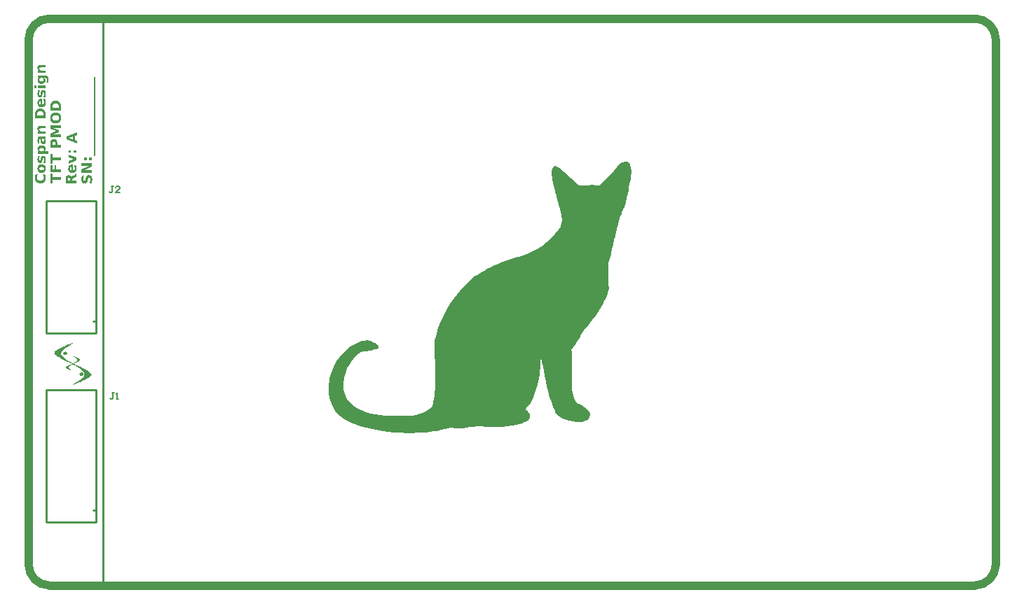
<source format=gto>
%FSLAX24Y24*%
%MOIN*%
G70*
G01*
G75*
%ADD10C,0.0060*%
%ADD11C,0.0150*%
%ADD12C,0.0394*%
%ADD13C,0.0591*%
%ADD14C,0.0600*%
%ADD15C,0.0240*%
%ADD16C,0.0400*%
%ADD17C,0.0640*%
G04:AMPARAMS|DCode=18|XSize=80mil|YSize=80mil|CornerRadius=0mil|HoleSize=0mil|Usage=FLASHONLY|Rotation=0.000|XOffset=0mil|YOffset=0mil|HoleType=Round|Shape=Relief|Width=8mil|Gap=10mil|Entries=4|*
%AMTHD18*
7,0,0,0.0800,0.0600,0.0080,45*
%
%ADD18THD18*%
%ADD19C,0.1490*%
%ADD20C,0.0340*%
G04:AMPARAMS|DCode=21|XSize=50mil|YSize=50mil|CornerRadius=0mil|HoleSize=0mil|Usage=FLASHONLY|Rotation=0.000|XOffset=0mil|YOffset=0mil|HoleType=Round|Shape=Relief|Width=8mil|Gap=10mil|Entries=4|*
%AMTHD21*
7,0,0,0.0500,0.0300,0.0080,45*
%
%ADD21THD21*%
%ADD22R,0.0551X0.0709*%
G04:AMPARAMS|DCode=23|XSize=25.6mil|YSize=23.6mil|CornerRadius=5.9mil|HoleSize=0mil|Usage=FLASHONLY|Rotation=180.000|XOffset=0mil|YOffset=0mil|HoleType=Round|Shape=RoundedRectangle|*
%AMROUNDEDRECTD23*
21,1,0.0256,0.0118,0,0,180.0*
21,1,0.0138,0.0236,0,0,180.0*
1,1,0.0118,-0.0069,0.0059*
1,1,0.0118,0.0069,0.0059*
1,1,0.0118,0.0069,-0.0059*
1,1,0.0118,-0.0069,-0.0059*
%
%ADD23ROUNDEDRECTD23*%
%ADD24R,0.0984X0.0354*%
%ADD25R,0.0098X0.0315*%
%ADD26R,0.0236X0.0748*%
%ADD27R,0.0827X0.1102*%
%ADD28R,0.0433X0.0256*%
%ADD29R,0.0433X0.0097*%
%ADD30R,0.0433X0.0097*%
%ADD31R,0.0097X0.0433*%
%ADD32R,0.0433X0.1260*%
%ADD33R,0.0138X0.0709*%
%ADD34R,0.0126X0.0709*%
%ADD35R,0.0394X0.0433*%
%ADD36R,0.0256X0.0295*%
%ADD37R,0.0669X0.0984*%
%ADD38R,0.0591X0.0512*%
%ADD39R,0.0236X0.0197*%
G04:AMPARAMS|DCode=40|XSize=25.6mil|YSize=23.6mil|CornerRadius=5.9mil|HoleSize=0mil|Usage=FLASHONLY|Rotation=270.000|XOffset=0mil|YOffset=0mil|HoleType=Round|Shape=RoundedRectangle|*
%AMROUNDEDRECTD40*
21,1,0.0256,0.0118,0,0,270.0*
21,1,0.0138,0.0236,0,0,270.0*
1,1,0.0118,-0.0059,-0.0069*
1,1,0.0118,-0.0059,0.0069*
1,1,0.0118,0.0059,0.0069*
1,1,0.0118,0.0059,-0.0069*
%
%ADD40ROUNDEDRECTD40*%
%ADD41R,0.0197X0.0236*%
%ADD42C,0.0100*%
%ADD43C,0.0120*%
%ADD44C,0.0200*%
%ADD45C,0.0140*%
G36*
X810Y23686D02*
X434Y23686D01*
X434Y23806D01*
X810Y23806D01*
X810Y23686D01*
X810Y23686D02*
G37*
G36*
X781Y24296D02*
X787Y24296D01*
X795Y24295D01*
X803Y24294D01*
X813Y24292D01*
X823Y24290D01*
X834Y24287D01*
X846Y24283D01*
X857Y24278D01*
X869Y24273D01*
X880Y24266D01*
X891Y24258D01*
X901Y24250D01*
X911Y24240D01*
X911Y24239D01*
X913Y24237D01*
X915Y24234D01*
X918Y24229D01*
X922Y24223D01*
X926Y24216D01*
X930Y24207D01*
X935Y24198D01*
X939Y24186D01*
X943Y24174D01*
X947Y24160D01*
X951Y24146D01*
X954Y24130D01*
X957Y24112D01*
X958Y24094D01*
X959Y24074D01*
X959Y24073D01*
X959Y24072D01*
X959Y24070D01*
X959Y24068D01*
X958Y24061D01*
X958Y24052D01*
X957Y24042D01*
X956Y24030D01*
X955Y24018D01*
X953Y24005D01*
X953Y24004D01*
X953Y24004D01*
X952Y24002D01*
X951Y24000D01*
X951Y23993D01*
X949Y23984D01*
X947Y23975D01*
X943Y23964D01*
X941Y23952D01*
X937Y23940D01*
X843Y23940D01*
X843Y23941D01*
X844Y23941D01*
X846Y23945D01*
X849Y23951D01*
X853Y23959D01*
X858Y23969D01*
X862Y23979D01*
X867Y23990D01*
X870Y24001D01*
X870Y24002D01*
X871Y24002D01*
X871Y24006D01*
X873Y24012D01*
X875Y24020D01*
X877Y24029D01*
X878Y24039D01*
X879Y24050D01*
X879Y24062D01*
X879Y24062D01*
X879Y24064D01*
X879Y24068D01*
X879Y24072D01*
X879Y24076D01*
X878Y24082D01*
X876Y24095D01*
X873Y24109D01*
X868Y24123D01*
X861Y24137D01*
X857Y24143D01*
X853Y24148D01*
X851Y24150D01*
X848Y24153D01*
X841Y24157D01*
X833Y24162D01*
X821Y24168D01*
X807Y24172D01*
X791Y24175D01*
X782Y24176D01*
X747Y24176D01*
X747Y24175D01*
X751Y24172D01*
X757Y24167D01*
X765Y24160D01*
X773Y24152D01*
X781Y24142D01*
X788Y24132D01*
X795Y24121D01*
X795Y24120D01*
X797Y24116D01*
X799Y24110D01*
X802Y24102D01*
X805Y24092D01*
X807Y24080D01*
X809Y24066D01*
X810Y24052D01*
X810Y24052D01*
X810Y24049D01*
X809Y24046D01*
X809Y24041D01*
X808Y24035D01*
X807Y24028D01*
X805Y24020D01*
X803Y24012D01*
X801Y24003D01*
X797Y23994D01*
X793Y23984D01*
X787Y23975D01*
X781Y23966D01*
X774Y23957D01*
X765Y23947D01*
X756Y23939D01*
X755Y23938D01*
X753Y23937D01*
X751Y23935D01*
X746Y23932D01*
X741Y23928D01*
X735Y23925D01*
X727Y23921D01*
X719Y23917D01*
X709Y23912D01*
X699Y23908D01*
X687Y23905D01*
X675Y23901D01*
X662Y23898D01*
X648Y23896D01*
X634Y23895D01*
X618Y23894D01*
X610Y23894D01*
X604Y23895D01*
X597Y23895D01*
X589Y23897D01*
X580Y23898D01*
X570Y23899D01*
X548Y23905D01*
X536Y23909D01*
X524Y23913D01*
X513Y23918D01*
X502Y23924D01*
X491Y23931D01*
X480Y23939D01*
X480Y23939D01*
X478Y23941D01*
X475Y23943D01*
X472Y23947D01*
X468Y23951D01*
X463Y23957D01*
X458Y23963D01*
X453Y23970D01*
X448Y23977D01*
X444Y23986D01*
X439Y23995D01*
X435Y24005D01*
X431Y24016D01*
X428Y24028D01*
X427Y24040D01*
X426Y24052D01*
X426Y24053D01*
X426Y24054D01*
X426Y24056D01*
X426Y24059D01*
X427Y24066D01*
X428Y24076D01*
X430Y24086D01*
X433Y24098D01*
X437Y24110D01*
X442Y24121D01*
X442Y24122D01*
X443Y24122D01*
X445Y24126D01*
X449Y24132D01*
X454Y24139D01*
X461Y24148D01*
X469Y24157D01*
X479Y24167D01*
X490Y24176D01*
X434Y24176D01*
X434Y24297D01*
X776Y24297D01*
X781Y24296D01*
X781Y24296D02*
G37*
G36*
X386Y23686D02*
X289Y23686D01*
X289Y23806D01*
X386Y23806D01*
X386Y23686D01*
X386Y23686D02*
G37*
G36*
X655Y22906D02*
X657Y22906D01*
X659Y22906D01*
X662Y22907D01*
X670Y22908D01*
X679Y22911D01*
X690Y22915D01*
X700Y22920D01*
X711Y22927D01*
X719Y22936D01*
X720Y22937D01*
X723Y22940D01*
X726Y22946D01*
X729Y22954D01*
X733Y22965D01*
X737Y22977D01*
X739Y22992D01*
X740Y23009D01*
X740Y23009D01*
X740Y23011D01*
X740Y23013D01*
X740Y23015D01*
X739Y23019D01*
X739Y23023D01*
X739Y23033D01*
X737Y23044D01*
X735Y23057D01*
X733Y23071D01*
X729Y23086D01*
X729Y23087D01*
X729Y23088D01*
X728Y23090D01*
X727Y23093D01*
X726Y23097D01*
X725Y23101D01*
X721Y23111D01*
X716Y23123D01*
X710Y23137D01*
X703Y23153D01*
X695Y23168D01*
X787Y23168D01*
X787Y23167D01*
X788Y23166D01*
X789Y23164D01*
X790Y23161D01*
X791Y23157D01*
X793Y23152D01*
X797Y23141D01*
X801Y23129D01*
X805Y23114D01*
X809Y23099D01*
X812Y23083D01*
X812Y23082D01*
X812Y23081D01*
X813Y23079D01*
X813Y23075D01*
X814Y23071D01*
X815Y23067D01*
X816Y23056D01*
X817Y23043D01*
X819Y23029D01*
X819Y23013D01*
X820Y22997D01*
X820Y22996D01*
X820Y22993D01*
X819Y22987D01*
X819Y22981D01*
X819Y22972D01*
X817Y22962D01*
X816Y22952D01*
X813Y22940D01*
X811Y22927D01*
X807Y22914D01*
X803Y22901D01*
X798Y22888D01*
X793Y22875D01*
X785Y22862D01*
X778Y22850D01*
X769Y22839D01*
X768Y22838D01*
X766Y22836D01*
X763Y22834D01*
X759Y22830D01*
X754Y22826D01*
X747Y22821D01*
X739Y22816D01*
X731Y22811D01*
X721Y22806D01*
X710Y22801D01*
X698Y22796D01*
X685Y22792D01*
X671Y22788D01*
X656Y22786D01*
X640Y22784D01*
X623Y22783D01*
X619Y22783D01*
X614Y22784D01*
X608Y22784D01*
X600Y22785D01*
X591Y22786D01*
X582Y22788D01*
X571Y22790D01*
X560Y22793D01*
X548Y22796D01*
X536Y22801D01*
X524Y22806D01*
X512Y22813D01*
X500Y22820D01*
X489Y22828D01*
X479Y22838D01*
X478Y22839D01*
X477Y22841D01*
X474Y22844D01*
X470Y22848D01*
X466Y22854D01*
X462Y22861D01*
X457Y22869D01*
X452Y22878D01*
X448Y22888D01*
X442Y22900D01*
X438Y22912D01*
X434Y22926D01*
X430Y22941D01*
X428Y22956D01*
X426Y22973D01*
X426Y22991D01*
X426Y22992D01*
X426Y22995D01*
X426Y22999D01*
X426Y23005D01*
X427Y23013D01*
X428Y23021D01*
X430Y23031D01*
X432Y23042D01*
X435Y23053D01*
X438Y23064D01*
X443Y23076D01*
X448Y23088D01*
X454Y23100D01*
X462Y23111D01*
X470Y23122D01*
X479Y23133D01*
X480Y23133D01*
X482Y23135D01*
X484Y23137D01*
X489Y23141D01*
X494Y23145D01*
X500Y23149D01*
X508Y23155D01*
X517Y23159D01*
X526Y23164D01*
X537Y23169D01*
X549Y23173D01*
X562Y23178D01*
X575Y23181D01*
X590Y23184D01*
X605Y23185D01*
X622Y23186D01*
X655Y23186D01*
X655Y22906D01*
X655Y22906D02*
G37*
G36*
X710Y23594D02*
X715Y23594D01*
X721Y23592D01*
X734Y23590D01*
X748Y23584D01*
X756Y23580D01*
X763Y23576D01*
X771Y23571D01*
X777Y23565D01*
X784Y23558D01*
X790Y23550D01*
X790Y23550D01*
X791Y23548D01*
X793Y23546D01*
X795Y23542D01*
X797Y23538D01*
X799Y23532D01*
X802Y23525D01*
X805Y23518D01*
X808Y23508D01*
X811Y23499D01*
X813Y23488D01*
X815Y23476D01*
X817Y23463D01*
X819Y23449D01*
X819Y23434D01*
X820Y23418D01*
X820Y23418D01*
X820Y23417D01*
X820Y23414D01*
X820Y23412D01*
X820Y23408D01*
X819Y23404D01*
X819Y23395D01*
X819Y23383D01*
X817Y23370D01*
X816Y23356D01*
X814Y23341D01*
X814Y23340D01*
X814Y23339D01*
X813Y23337D01*
X813Y23334D01*
X813Y23330D01*
X811Y23326D01*
X810Y23317D01*
X807Y23305D01*
X805Y23291D01*
X801Y23276D01*
X797Y23261D01*
X705Y23261D01*
X705Y23261D01*
X706Y23262D01*
X707Y23264D01*
X708Y23267D01*
X711Y23274D01*
X715Y23283D01*
X719Y23294D01*
X723Y23306D01*
X728Y23319D01*
X731Y23333D01*
X731Y23334D01*
X732Y23335D01*
X732Y23337D01*
X733Y23340D01*
X733Y23343D01*
X734Y23347D01*
X735Y23357D01*
X737Y23368D01*
X739Y23382D01*
X739Y23396D01*
X740Y23410D01*
X740Y23411D01*
X740Y23412D01*
X740Y23416D01*
X739Y23422D01*
X739Y23430D01*
X738Y23438D01*
X736Y23447D01*
X734Y23456D01*
X731Y23463D01*
X730Y23464D01*
X729Y23466D01*
X727Y23469D01*
X723Y23472D01*
X719Y23475D01*
X714Y23478D01*
X709Y23480D01*
X702Y23481D01*
X699Y23481D01*
X697Y23480D01*
X693Y23480D01*
X689Y23478D01*
X685Y23476D01*
X681Y23472D01*
X678Y23468D01*
X677Y23468D01*
X677Y23466D01*
X675Y23462D01*
X673Y23458D01*
X671Y23451D01*
X669Y23443D01*
X667Y23432D01*
X666Y23420D01*
X663Y23398D01*
X663Y23398D01*
X662Y23395D01*
X661Y23391D01*
X661Y23386D01*
X659Y23379D01*
X658Y23372D01*
X657Y23363D01*
X654Y23354D01*
X649Y23336D01*
X643Y23318D01*
X640Y23308D01*
X636Y23301D01*
X631Y23293D01*
X626Y23287D01*
X626Y23286D01*
X625Y23285D01*
X621Y23282D01*
X615Y23277D01*
X606Y23271D01*
X594Y23265D01*
X580Y23260D01*
X563Y23256D01*
X554Y23255D01*
X544Y23255D01*
X538Y23255D01*
X534Y23255D01*
X529Y23256D01*
X523Y23257D01*
X510Y23260D01*
X496Y23265D01*
X488Y23268D01*
X481Y23272D01*
X474Y23277D01*
X467Y23282D01*
X461Y23288D01*
X455Y23295D01*
X454Y23296D01*
X454Y23297D01*
X452Y23299D01*
X450Y23303D01*
X448Y23307D01*
X446Y23312D01*
X443Y23318D01*
X440Y23326D01*
X438Y23334D01*
X435Y23344D01*
X432Y23354D01*
X430Y23365D01*
X428Y23378D01*
X427Y23390D01*
X426Y23405D01*
X426Y23420D01*
X426Y23421D01*
X426Y23422D01*
X426Y23424D01*
X426Y23426D01*
X426Y23433D01*
X426Y23442D01*
X427Y23452D01*
X428Y23464D01*
X429Y23476D01*
X431Y23490D01*
X431Y23490D01*
X431Y23492D01*
X432Y23494D01*
X432Y23496D01*
X432Y23500D01*
X433Y23504D01*
X434Y23514D01*
X437Y23525D01*
X440Y23539D01*
X442Y23554D01*
X446Y23570D01*
X538Y23570D01*
X538Y23569D01*
X537Y23568D01*
X536Y23566D01*
X535Y23563D01*
X532Y23556D01*
X528Y23546D01*
X525Y23534D01*
X521Y23522D01*
X517Y23508D01*
X514Y23495D01*
X514Y23494D01*
X513Y23494D01*
X513Y23492D01*
X512Y23489D01*
X511Y23482D01*
X510Y23473D01*
X508Y23462D01*
X507Y23451D01*
X506Y23439D01*
X506Y23427D01*
X506Y23426D01*
X506Y23426D01*
X506Y23422D01*
X506Y23416D01*
X507Y23408D01*
X508Y23400D01*
X509Y23391D01*
X512Y23383D01*
X514Y23376D01*
X515Y23376D01*
X516Y23374D01*
X518Y23371D01*
X521Y23368D01*
X524Y23366D01*
X529Y23363D01*
X534Y23361D01*
X541Y23360D01*
X543Y23360D01*
X546Y23361D01*
X549Y23362D01*
X552Y23363D01*
X556Y23366D01*
X560Y23368D01*
X563Y23372D01*
X563Y23373D01*
X564Y23375D01*
X566Y23378D01*
X567Y23383D01*
X569Y23389D01*
X571Y23397D01*
X573Y23406D01*
X574Y23418D01*
X577Y23439D01*
X577Y23440D01*
X578Y23443D01*
X578Y23448D01*
X579Y23454D01*
X580Y23462D01*
X582Y23470D01*
X584Y23479D01*
X586Y23489D01*
X592Y23510D01*
X598Y23530D01*
X602Y23540D01*
X607Y23548D01*
X612Y23556D01*
X616Y23563D01*
X616Y23564D01*
X618Y23564D01*
X622Y23568D01*
X628Y23573D01*
X632Y23576D01*
X637Y23579D01*
X642Y23582D01*
X648Y23585D01*
X655Y23588D01*
X663Y23590D01*
X671Y23592D01*
X680Y23594D01*
X689Y23594D01*
X700Y23595D01*
X706Y23595D01*
X710Y23594D01*
X710Y23594D02*
G37*
G36*
X2774Y20247D02*
X2644Y20247D01*
X2644Y20368D01*
X2774Y20368D01*
X2774Y20247D01*
X2774Y20247D02*
G37*
G36*
X3020Y20247D02*
X2890Y20247D01*
X2890Y20368D01*
X3020Y20368D01*
X3020Y20247D01*
X3020Y20247D02*
G37*
G36*
X3020Y19963D02*
X2677Y19781D01*
X3020Y19781D01*
X3020Y19659D01*
X2519Y19659D01*
X2519Y19803D01*
X2863Y19985D01*
X2519Y19985D01*
X2519Y20108D01*
X3020Y20108D01*
X3020Y19963D01*
X3020Y19963D02*
G37*
G36*
X810Y24670D02*
X609Y24670D01*
X598Y24669D01*
X587Y24668D01*
X577Y24668D01*
X573Y24668D01*
X569Y24667D01*
X568Y24667D01*
X566Y24666D01*
X562Y24666D01*
X558Y24666D01*
X550Y24663D01*
X545Y24662D01*
X542Y24660D01*
X541Y24660D01*
X540Y24658D01*
X538Y24657D01*
X535Y24654D01*
X529Y24648D01*
X523Y24641D01*
X523Y24640D01*
X522Y24639D01*
X521Y24636D01*
X520Y24633D01*
X518Y24629D01*
X518Y24624D01*
X516Y24613D01*
X516Y24613D01*
X516Y24612D01*
X516Y24610D01*
X517Y24607D01*
X518Y24600D01*
X520Y24592D01*
X524Y24582D01*
X529Y24572D01*
X536Y24563D01*
X540Y24558D01*
X546Y24554D01*
X547Y24553D01*
X551Y24551D01*
X558Y24547D01*
X566Y24543D01*
X578Y24539D01*
X592Y24536D01*
X608Y24533D01*
X626Y24533D01*
X810Y24533D01*
X810Y24413D01*
X434Y24413D01*
X434Y24533D01*
X489Y24533D01*
X488Y24534D01*
X484Y24537D01*
X478Y24543D01*
X472Y24550D01*
X464Y24559D01*
X456Y24568D01*
X448Y24579D01*
X442Y24590D01*
X442Y24591D01*
X441Y24591D01*
X439Y24595D01*
X436Y24601D01*
X434Y24610D01*
X431Y24620D01*
X428Y24631D01*
X426Y24644D01*
X426Y24657D01*
X426Y24658D01*
X426Y24660D01*
X426Y24663D01*
X426Y24668D01*
X427Y24673D01*
X428Y24680D01*
X429Y24686D01*
X430Y24694D01*
X436Y24710D01*
X438Y24718D01*
X442Y24726D01*
X447Y24734D01*
X452Y24742D01*
X458Y24750D01*
X466Y24756D01*
X466Y24757D01*
X468Y24758D01*
X470Y24760D01*
X473Y24762D01*
X477Y24764D01*
X482Y24767D01*
X488Y24770D01*
X495Y24774D01*
X503Y24776D01*
X512Y24780D01*
X521Y24782D01*
X532Y24785D01*
X543Y24787D01*
X555Y24789D01*
X568Y24790D01*
X582Y24790D01*
X810Y24790D01*
X810Y24670D01*
X810Y24670D02*
G37*
G36*
X2880Y19544D02*
X2887Y19544D01*
X2895Y19542D01*
X2904Y19541D01*
X2913Y19539D01*
X2923Y19536D01*
X2933Y19533D01*
X2943Y19529D01*
X2953Y19524D01*
X2963Y19518D01*
X2973Y19512D01*
X2982Y19504D01*
X2990Y19496D01*
X2991Y19495D01*
X2992Y19494D01*
X2994Y19490D01*
X2996Y19486D01*
X2999Y19481D01*
X3003Y19475D01*
X3006Y19467D01*
X3010Y19458D01*
X3014Y19448D01*
X3017Y19438D01*
X3021Y19425D01*
X3024Y19412D01*
X3026Y19397D01*
X3028Y19381D01*
X3029Y19364D01*
X3030Y19346D01*
X3030Y19345D01*
X3030Y19344D01*
X3030Y19341D01*
X3030Y19338D01*
X3030Y19333D01*
X3029Y19328D01*
X3029Y19322D01*
X3029Y19316D01*
X3028Y19301D01*
X3026Y19285D01*
X3024Y19268D01*
X3021Y19250D01*
X3021Y19249D01*
X3020Y19248D01*
X3020Y19245D01*
X3019Y19242D01*
X3018Y19237D01*
X3017Y19233D01*
X3016Y19227D01*
X3014Y19220D01*
X3011Y19205D01*
X3006Y19189D01*
X3001Y19173D01*
X2995Y19155D01*
X2885Y19155D01*
X2885Y19155D01*
X2887Y19157D01*
X2888Y19159D01*
X2889Y19163D01*
X2892Y19167D01*
X2894Y19172D01*
X2897Y19178D01*
X2900Y19184D01*
X2906Y19198D01*
X2913Y19213D01*
X2919Y19230D01*
X2924Y19247D01*
X2924Y19247D01*
X2925Y19249D01*
X2925Y19251D01*
X2926Y19255D01*
X2927Y19259D01*
X2928Y19263D01*
X2930Y19275D01*
X2933Y19288D01*
X2935Y19303D01*
X2936Y19318D01*
X2937Y19333D01*
X2937Y19334D01*
X2937Y19335D01*
X2937Y19337D01*
X2937Y19340D01*
X2936Y19348D01*
X2935Y19357D01*
X2933Y19367D01*
X2931Y19378D01*
X2927Y19388D01*
X2923Y19398D01*
X2922Y19398D01*
X2920Y19401D01*
X2917Y19405D01*
X2913Y19409D01*
X2907Y19413D01*
X2900Y19417D01*
X2892Y19420D01*
X2883Y19420D01*
X2879Y19420D01*
X2875Y19420D01*
X2869Y19418D01*
X2863Y19416D01*
X2857Y19414D01*
X2852Y19410D01*
X2847Y19405D01*
X2846Y19404D01*
X2845Y19402D01*
X2842Y19398D01*
X2839Y19392D01*
X2836Y19384D01*
X2832Y19373D01*
X2828Y19360D01*
X2826Y19352D01*
X2824Y19344D01*
X2812Y19295D01*
X2812Y19294D01*
X2812Y19291D01*
X2810Y19287D01*
X2809Y19283D01*
X2808Y19276D01*
X2806Y19269D01*
X2803Y19261D01*
X2800Y19253D01*
X2793Y19235D01*
X2784Y19217D01*
X2773Y19199D01*
X2768Y19191D01*
X2761Y19185D01*
X2760Y19184D01*
X2760Y19183D01*
X2757Y19181D01*
X2754Y19179D01*
X2751Y19177D01*
X2747Y19174D01*
X2742Y19171D01*
X2736Y19167D01*
X2730Y19164D01*
X2722Y19161D01*
X2706Y19155D01*
X2688Y19151D01*
X2677Y19151D01*
X2666Y19150D01*
X2663Y19150D01*
X2659Y19151D01*
X2654Y19151D01*
X2648Y19151D01*
X2640Y19153D01*
X2632Y19154D01*
X2624Y19156D01*
X2614Y19159D01*
X2605Y19162D01*
X2596Y19165D01*
X2586Y19170D01*
X2576Y19176D01*
X2568Y19182D01*
X2559Y19189D01*
X2551Y19198D01*
X2550Y19199D01*
X2549Y19200D01*
X2547Y19203D01*
X2544Y19207D01*
X2542Y19212D01*
X2538Y19218D01*
X2534Y19225D01*
X2530Y19234D01*
X2527Y19243D01*
X2523Y19253D01*
X2520Y19265D01*
X2517Y19277D01*
X2515Y19291D01*
X2512Y19305D01*
X2511Y19320D01*
X2511Y19337D01*
X2511Y19338D01*
X2511Y19339D01*
X2511Y19341D01*
X2511Y19344D01*
X2511Y19348D01*
X2511Y19352D01*
X2511Y19363D01*
X2512Y19376D01*
X2513Y19390D01*
X2515Y19406D01*
X2517Y19422D01*
X2517Y19422D01*
X2517Y19424D01*
X2518Y19426D01*
X2519Y19429D01*
X2519Y19433D01*
X2520Y19438D01*
X2521Y19443D01*
X2522Y19449D01*
X2524Y19463D01*
X2528Y19478D01*
X2531Y19495D01*
X2536Y19512D01*
X2641Y19512D01*
X2641Y19512D01*
X2640Y19510D01*
X2639Y19508D01*
X2638Y19505D01*
X2636Y19502D01*
X2635Y19497D01*
X2631Y19487D01*
X2626Y19474D01*
X2622Y19461D01*
X2618Y19446D01*
X2614Y19432D01*
X2614Y19431D01*
X2613Y19430D01*
X2613Y19428D01*
X2612Y19425D01*
X2611Y19422D01*
X2610Y19418D01*
X2608Y19408D01*
X2607Y19396D01*
X2605Y19384D01*
X2604Y19370D01*
X2604Y19357D01*
X2604Y19356D01*
X2604Y19355D01*
X2604Y19352D01*
X2604Y19350D01*
X2604Y19346D01*
X2604Y19341D01*
X2605Y19331D01*
X2607Y19320D01*
X2609Y19309D01*
X2612Y19299D01*
X2617Y19289D01*
X2618Y19289D01*
X2620Y19286D01*
X2622Y19283D01*
X2626Y19279D01*
X2632Y19274D01*
X2639Y19271D01*
X2647Y19268D01*
X2656Y19267D01*
X2660Y19267D01*
X2664Y19268D01*
X2668Y19269D01*
X2673Y19271D01*
X2678Y19273D01*
X2684Y19277D01*
X2688Y19282D01*
X2689Y19283D01*
X2690Y19285D01*
X2692Y19289D01*
X2694Y19294D01*
X2698Y19301D01*
X2701Y19311D01*
X2704Y19322D01*
X2707Y19336D01*
X2718Y19390D01*
X2718Y19391D01*
X2719Y19394D01*
X2720Y19398D01*
X2722Y19404D01*
X2723Y19411D01*
X2726Y19419D01*
X2728Y19428D01*
X2731Y19437D01*
X2738Y19456D01*
X2747Y19476D01*
X2752Y19486D01*
X2758Y19494D01*
X2764Y19502D01*
X2770Y19510D01*
X2770Y19510D01*
X2771Y19511D01*
X2773Y19513D01*
X2776Y19515D01*
X2780Y19518D01*
X2784Y19521D01*
X2789Y19524D01*
X2794Y19528D01*
X2801Y19530D01*
X2808Y19534D01*
X2816Y19537D01*
X2825Y19540D01*
X2834Y19542D01*
X2844Y19544D01*
X2855Y19544D01*
X2867Y19545D01*
X2875Y19545D01*
X2880Y19544D01*
X2880Y19544D02*
G37*
G36*
X783Y19575D02*
X784Y19574D01*
X785Y19572D01*
X786Y19570D01*
X789Y19562D01*
X793Y19553D01*
X798Y19542D01*
X803Y19529D01*
X807Y19515D01*
X811Y19501D01*
X811Y19500D01*
X811Y19499D01*
X811Y19497D01*
X812Y19494D01*
X813Y19491D01*
X813Y19486D01*
X815Y19476D01*
X817Y19464D01*
X819Y19451D01*
X819Y19436D01*
X820Y19421D01*
X820Y19420D01*
X820Y19420D01*
X820Y19418D01*
X820Y19416D01*
X819Y19409D01*
X819Y19400D01*
X818Y19390D01*
X816Y19378D01*
X814Y19364D01*
X811Y19349D01*
X807Y19334D01*
X803Y19318D01*
X797Y19301D01*
X791Y19285D01*
X783Y19268D01*
X773Y19252D01*
X763Y19237D01*
X751Y19223D01*
X750Y19222D01*
X747Y19219D01*
X743Y19216D01*
X738Y19211D01*
X731Y19206D01*
X722Y19200D01*
X712Y19193D01*
X701Y19187D01*
X688Y19179D01*
X673Y19173D01*
X658Y19167D01*
X641Y19161D01*
X623Y19157D01*
X604Y19153D01*
X583Y19151D01*
X561Y19150D01*
X556Y19150D01*
X550Y19151D01*
X541Y19151D01*
X531Y19152D01*
X519Y19154D01*
X506Y19156D01*
X492Y19159D01*
X477Y19163D01*
X462Y19168D01*
X446Y19173D01*
X430Y19181D01*
X414Y19189D01*
X398Y19199D01*
X384Y19210D01*
X370Y19223D01*
X370Y19223D01*
X367Y19226D01*
X364Y19230D01*
X360Y19236D01*
X354Y19243D01*
X348Y19253D01*
X342Y19263D01*
X335Y19275D01*
X329Y19289D01*
X322Y19303D01*
X316Y19320D01*
X311Y19337D01*
X307Y19356D01*
X303Y19376D01*
X301Y19398D01*
X301Y19421D01*
X301Y19422D01*
X301Y19423D01*
X301Y19425D01*
X301Y19428D01*
X301Y19432D01*
X301Y19436D01*
X302Y19446D01*
X303Y19459D01*
X305Y19472D01*
X307Y19486D01*
X311Y19501D01*
X311Y19502D01*
X311Y19503D01*
X311Y19505D01*
X312Y19508D01*
X314Y19515D01*
X317Y19525D01*
X321Y19536D01*
X326Y19549D01*
X331Y19562D01*
X338Y19576D01*
X441Y19576D01*
X441Y19575D01*
X440Y19574D01*
X439Y19572D01*
X437Y19570D01*
X433Y19562D01*
X428Y19553D01*
X422Y19542D01*
X416Y19530D01*
X410Y19518D01*
X406Y19504D01*
X406Y19504D01*
X405Y19503D01*
X404Y19501D01*
X404Y19498D01*
X402Y19492D01*
X400Y19482D01*
X398Y19471D01*
X396Y19459D01*
X394Y19445D01*
X394Y19431D01*
X394Y19430D01*
X394Y19428D01*
X394Y19424D01*
X394Y19420D01*
X395Y19414D01*
X396Y19407D01*
X398Y19400D01*
X399Y19392D01*
X404Y19374D01*
X408Y19365D01*
X412Y19356D01*
X418Y19347D01*
X424Y19338D01*
X430Y19330D01*
X438Y19322D01*
X439Y19322D01*
X440Y19320D01*
X443Y19319D01*
X446Y19317D01*
X451Y19313D01*
X456Y19310D01*
X463Y19307D01*
X470Y19303D01*
X479Y19299D01*
X488Y19296D01*
X498Y19293D01*
X509Y19289D01*
X521Y19287D01*
X533Y19285D01*
X547Y19284D01*
X561Y19283D01*
X568Y19283D01*
X574Y19284D01*
X580Y19285D01*
X588Y19285D01*
X596Y19287D01*
X605Y19288D01*
X625Y19293D01*
X635Y19296D01*
X645Y19300D01*
X655Y19305D01*
X665Y19310D01*
X674Y19316D01*
X683Y19322D01*
X683Y19323D01*
X685Y19324D01*
X687Y19326D01*
X689Y19330D01*
X693Y19334D01*
X697Y19338D01*
X701Y19344D01*
X705Y19351D01*
X709Y19358D01*
X713Y19366D01*
X717Y19375D01*
X720Y19385D01*
X723Y19395D01*
X725Y19406D01*
X726Y19418D01*
X727Y19431D01*
X727Y19432D01*
X727Y19433D01*
X727Y19435D01*
X727Y19438D01*
X726Y19445D01*
X725Y19455D01*
X724Y19466D01*
X722Y19478D01*
X719Y19491D01*
X715Y19504D01*
X715Y19505D01*
X715Y19506D01*
X714Y19508D01*
X713Y19510D01*
X711Y19518D01*
X707Y19526D01*
X701Y19537D01*
X695Y19550D01*
X688Y19562D01*
X679Y19576D01*
X783Y19576D01*
X783Y19575D01*
X783Y19575D02*
G37*
G36*
X632Y20062D02*
X638Y20062D01*
X646Y20061D01*
X655Y20060D01*
X665Y20058D01*
X675Y20056D01*
X687Y20052D01*
X699Y20049D01*
X711Y20044D01*
X723Y20039D01*
X735Y20033D01*
X747Y20026D01*
X758Y20017D01*
X768Y20008D01*
X769Y20007D01*
X770Y20005D01*
X773Y20002D01*
X776Y19998D01*
X780Y19992D01*
X785Y19985D01*
X789Y19977D01*
X794Y19969D01*
X799Y19958D01*
X803Y19947D01*
X808Y19935D01*
X812Y19921D01*
X815Y19906D01*
X818Y19891D01*
X819Y19874D01*
X820Y19856D01*
X820Y19855D01*
X820Y19852D01*
X819Y19847D01*
X819Y19840D01*
X819Y19832D01*
X817Y19823D01*
X815Y19812D01*
X813Y19801D01*
X811Y19789D01*
X807Y19776D01*
X803Y19763D01*
X798Y19751D01*
X792Y19739D01*
X785Y19726D01*
X777Y19715D01*
X768Y19704D01*
X767Y19703D01*
X765Y19702D01*
X763Y19699D01*
X758Y19695D01*
X753Y19691D01*
X747Y19687D01*
X739Y19682D01*
X730Y19677D01*
X720Y19671D01*
X709Y19667D01*
X697Y19662D01*
X685Y19658D01*
X671Y19655D01*
X655Y19652D01*
X640Y19650D01*
X623Y19649D01*
X619Y19649D01*
X614Y19650D01*
X608Y19650D01*
X600Y19651D01*
X591Y19652D01*
X581Y19654D01*
X570Y19656D01*
X559Y19659D01*
X547Y19663D01*
X535Y19667D01*
X523Y19673D01*
X511Y19679D01*
X500Y19686D01*
X488Y19695D01*
X478Y19704D01*
X478Y19705D01*
X476Y19707D01*
X474Y19710D01*
X470Y19714D01*
X466Y19720D01*
X462Y19727D01*
X457Y19735D01*
X452Y19743D01*
X447Y19754D01*
X442Y19765D01*
X438Y19777D01*
X434Y19791D01*
X430Y19806D01*
X428Y19821D01*
X426Y19838D01*
X426Y19856D01*
X426Y19857D01*
X426Y19860D01*
X426Y19865D01*
X426Y19872D01*
X427Y19880D01*
X428Y19890D01*
X430Y19900D01*
X432Y19911D01*
X435Y19923D01*
X438Y19936D01*
X443Y19949D01*
X448Y19961D01*
X454Y19974D01*
X461Y19986D01*
X469Y19997D01*
X478Y20008D01*
X479Y20008D01*
X481Y20010D01*
X484Y20013D01*
X488Y20016D01*
X494Y20020D01*
X500Y20025D01*
X508Y20030D01*
X516Y20035D01*
X526Y20040D01*
X537Y20045D01*
X548Y20050D01*
X562Y20054D01*
X576Y20057D01*
X590Y20060D01*
X606Y20062D01*
X623Y20062D01*
X627Y20062D01*
X632Y20062D01*
X632Y20062D02*
G37*
G36*
X1782Y11144D02*
X1785Y11142D01*
X1787Y11139D01*
X1791Y11134D01*
X1800Y11121D01*
X1809Y11106D01*
X1819Y11089D01*
X1828Y11071D01*
X1834Y11054D01*
X1835Y11046D01*
X1836Y11039D01*
X1836Y11037D01*
X1835Y11036D01*
X1834Y11033D01*
X1831Y11027D01*
X1826Y11016D01*
X1819Y11004D01*
X1811Y10990D01*
X1803Y10979D01*
X1797Y10974D01*
X1793Y10970D01*
X1787Y10969D01*
X1782Y10968D01*
X1710Y10968D01*
X1706Y10969D01*
X1701Y10970D01*
X1695Y10974D01*
X1688Y10981D01*
X1679Y10990D01*
X1669Y11004D01*
X1664Y11011D01*
X1659Y11021D01*
X1659Y11075D01*
X1659Y11076D01*
X1660Y11078D01*
X1665Y11086D01*
X1673Y11098D01*
X1685Y11110D01*
X1701Y11122D01*
X1711Y11129D01*
X1723Y11134D01*
X1736Y11139D01*
X1750Y11142D01*
X1765Y11144D01*
X1782Y11145D01*
X1782Y11144D01*
X1782Y11144D02*
G37*
G36*
X2104Y11537D02*
X2103Y11536D01*
X2097Y11534D01*
X2090Y11530D01*
X2080Y11524D01*
X2068Y11516D01*
X2052Y11508D01*
X2036Y11497D01*
X2017Y11485D01*
X1998Y11473D01*
X1975Y11459D01*
X1929Y11429D01*
X1879Y11395D01*
X1828Y11359D01*
X1776Y11320D01*
X1726Y11281D01*
X1679Y11241D01*
X1657Y11221D01*
X1637Y11201D01*
X1619Y11181D01*
X1602Y11163D01*
X1587Y11142D01*
X1575Y11124D01*
X1565Y11106D01*
X1558Y11089D01*
X1552Y11072D01*
X1551Y11056D01*
X1551Y11021D01*
X1552Y11019D01*
X1555Y11013D01*
X1561Y11001D01*
X1570Y10985D01*
X1583Y10966D01*
X1599Y10944D01*
X1609Y10933D01*
X1620Y10919D01*
X1632Y10905D01*
X1647Y10890D01*
X1663Y10875D01*
X1680Y10859D01*
X1699Y10842D01*
X1720Y10826D01*
X1741Y10809D01*
X1766Y10790D01*
X1791Y10773D01*
X1820Y10754D01*
X1850Y10734D01*
X1881Y10715D01*
X1916Y10695D01*
X1953Y10675D01*
X1991Y10655D01*
X2031Y10634D01*
X2075Y10614D01*
X2121Y10592D01*
X2124Y10594D01*
X2129Y10596D01*
X2138Y10601D01*
X2150Y10608D01*
X2164Y10615D01*
X2179Y10624D01*
X2214Y10644D01*
X2249Y10666D01*
X2265Y10679D01*
X2280Y10691D01*
X2294Y10703D01*
X2305Y10714D01*
X2313Y10725D01*
X2317Y10736D01*
X2317Y10771D01*
X2317Y10773D01*
X2315Y10776D01*
X2313Y10780D01*
X2309Y10785D01*
X2304Y10791D01*
X2298Y10797D01*
X2289Y10806D01*
X2279Y10816D01*
X2265Y10827D01*
X2250Y10841D01*
X2231Y10856D01*
X2210Y10874D01*
X2185Y10892D01*
X2157Y10914D01*
X2176Y10914D01*
X2179Y10912D01*
X2183Y10911D01*
X2188Y10910D01*
X2194Y10907D01*
X2201Y10904D01*
X2220Y10898D01*
X2241Y10889D01*
X2265Y10879D01*
X2291Y10868D01*
X2317Y10856D01*
X2344Y10844D01*
X2370Y10831D01*
X2394Y10818D01*
X2415Y10804D01*
X2434Y10791D01*
X2441Y10784D01*
X2447Y10777D01*
X2453Y10771D01*
X2456Y10765D01*
X2459Y10760D01*
X2460Y10754D01*
X2460Y10753D01*
X2459Y10750D01*
X2457Y10746D01*
X2455Y10740D01*
X2450Y10733D01*
X2442Y10724D01*
X2432Y10714D01*
X2420Y10703D01*
X2403Y10690D01*
X2381Y10676D01*
X2369Y10669D01*
X2355Y10661D01*
X2341Y10654D01*
X2325Y10646D01*
X2306Y10638D01*
X2288Y10629D01*
X2268Y10620D01*
X2245Y10611D01*
X2221Y10603D01*
X2195Y10594D01*
X2167Y10585D01*
X2139Y10575D01*
X2139Y10558D01*
X2141Y10556D01*
X2149Y10554D01*
X2160Y10549D01*
X2175Y10543D01*
X2195Y10535D01*
X2218Y10525D01*
X2244Y10514D01*
X2272Y10501D01*
X2304Y10488D01*
X2338Y10473D01*
X2373Y10456D01*
X2409Y10440D01*
X2447Y10423D01*
X2486Y10404D01*
X2566Y10365D01*
X2646Y10324D01*
X2685Y10302D01*
X2724Y10281D01*
X2760Y10259D01*
X2795Y10237D01*
X2829Y10216D01*
X2860Y10195D01*
X2889Y10174D01*
X2915Y10152D01*
X2937Y10132D01*
X2957Y10113D01*
X2973Y10094D01*
X2984Y10075D01*
X2991Y10057D01*
X2993Y10049D01*
X2994Y10040D01*
X2994Y10039D01*
X2993Y10033D01*
X2988Y10024D01*
X2985Y10017D01*
X2980Y10010D01*
X2974Y10002D01*
X2968Y9994D01*
X2959Y9984D01*
X2948Y9974D01*
X2935Y9961D01*
X2921Y9949D01*
X2904Y9935D01*
X2885Y9921D01*
X2862Y9905D01*
X2839Y9889D01*
X2811Y9872D01*
X2781Y9854D01*
X2747Y9835D01*
X2710Y9814D01*
X2670Y9794D01*
X2625Y9771D01*
X2578Y9747D01*
X2526Y9724D01*
X2470Y9699D01*
X2409Y9674D01*
X2344Y9646D01*
X2275Y9619D01*
X2200Y9590D01*
X2161Y9575D01*
X2121Y9560D01*
X2121Y9578D01*
X2121Y9579D01*
X2124Y9580D01*
X2126Y9584D01*
X2131Y9589D01*
X2139Y9596D01*
X2150Y9605D01*
X2164Y9616D01*
X2181Y9629D01*
X2204Y9644D01*
X2216Y9653D01*
X2230Y9663D01*
X2245Y9672D01*
X2262Y9682D01*
X2280Y9694D01*
X2300Y9706D01*
X2320Y9719D01*
X2342Y9731D01*
X2368Y9746D01*
X2393Y9760D01*
X2420Y9776D01*
X2450Y9793D01*
X2481Y9810D01*
X2514Y9827D01*
X2515Y9829D01*
X2520Y9833D01*
X2526Y9840D01*
X2536Y9847D01*
X2546Y9859D01*
X2559Y9871D01*
X2571Y9885D01*
X2585Y9900D01*
X2611Y9934D01*
X2624Y9951D01*
X2634Y9969D01*
X2643Y9987D01*
X2650Y10005D01*
X2655Y10022D01*
X2656Y10040D01*
X2656Y10076D01*
X2656Y10079D01*
X2655Y10086D01*
X2652Y10098D01*
X2648Y10113D01*
X2639Y10132D01*
X2632Y10144D01*
X2626Y10155D01*
X2618Y10169D01*
X2609Y10182D01*
X2598Y10196D01*
X2585Y10213D01*
X2571Y10229D01*
X2555Y10245D01*
X2537Y10263D01*
X2517Y10281D01*
X2495Y10300D01*
X2471Y10319D01*
X2445Y10339D01*
X2416Y10360D01*
X2385Y10380D01*
X2350Y10402D01*
X2314Y10424D01*
X2274Y10446D01*
X2233Y10470D01*
X2186Y10493D01*
X2138Y10516D01*
X2086Y10540D01*
X2085Y10539D01*
X2080Y10536D01*
X2074Y10532D01*
X2064Y10527D01*
X2052Y10520D01*
X2041Y10512D01*
X2014Y10495D01*
X1985Y10475D01*
X1971Y10465D01*
X1959Y10455D01*
X1947Y10444D01*
X1937Y10434D01*
X1930Y10424D01*
X1925Y10415D01*
X1925Y10361D01*
X1925Y10360D01*
X1928Y10356D01*
X1929Y10352D01*
X1933Y10349D01*
X1937Y10344D01*
X1943Y10338D01*
X1950Y10330D01*
X1960Y10321D01*
X1971Y10311D01*
X1985Y10299D01*
X2001Y10286D01*
X2020Y10271D01*
X2042Y10255D01*
X2068Y10236D01*
X2049Y10236D01*
X2048Y10237D01*
X2044Y10239D01*
X2039Y10240D01*
X2025Y10245D01*
X2009Y10251D01*
X1988Y10259D01*
X1965Y10267D01*
X1941Y10278D01*
X1916Y10289D01*
X1891Y10300D01*
X1867Y10312D01*
X1845Y10326D01*
X1824Y10340D01*
X1807Y10354D01*
X1794Y10367D01*
X1789Y10375D01*
X1785Y10382D01*
X1784Y10389D01*
X1782Y10396D01*
X1782Y10415D01*
X1784Y10416D01*
X1786Y10419D01*
X1790Y10423D01*
X1797Y10429D01*
X1806Y10436D01*
X1816Y10444D01*
X1830Y10454D01*
X1845Y10464D01*
X1864Y10475D01*
X1884Y10486D01*
X1908Y10497D01*
X1934Y10510D01*
X1963Y10523D01*
X1994Y10534D01*
X2029Y10546D01*
X2068Y10558D01*
X2068Y10575D01*
X2065Y10576D01*
X2060Y10577D01*
X2051Y10581D01*
X2039Y10586D01*
X2024Y10592D01*
X2005Y10600D01*
X1985Y10608D01*
X1963Y10618D01*
X1936Y10627D01*
X1910Y10640D01*
X1880Y10653D01*
X1850Y10665D01*
X1817Y10680D01*
X1785Y10695D01*
X1716Y10726D01*
X1645Y10761D01*
X1574Y10797D01*
X1504Y10836D01*
X1437Y10876D01*
X1405Y10896D01*
X1375Y10916D01*
X1346Y10938D01*
X1319Y10957D01*
X1294Y10977D01*
X1270Y10999D01*
X1249Y11019D01*
X1231Y11039D01*
X1231Y11110D01*
X1231Y11111D01*
X1233Y11116D01*
X1238Y11124D01*
X1240Y11129D01*
X1245Y11134D01*
X1250Y11140D01*
X1258Y11148D01*
X1266Y11156D01*
X1277Y11165D01*
X1290Y11175D01*
X1304Y11186D01*
X1321Y11199D01*
X1340Y11211D01*
X1363Y11225D01*
X1386Y11240D01*
X1414Y11255D01*
X1444Y11272D01*
X1478Y11290D01*
X1515Y11309D01*
X1555Y11328D01*
X1599Y11349D01*
X1647Y11371D01*
X1699Y11394D01*
X1755Y11417D01*
X1816Y11443D01*
X1880Y11469D01*
X1950Y11496D01*
X2025Y11525D01*
X2064Y11540D01*
X2104Y11555D01*
X2104Y11537D01*
X2104Y11537D02*
G37*
G36*
X2510Y10146D02*
X2525Y10145D01*
X2544Y10141D01*
X2562Y10135D01*
X2580Y10125D01*
X2587Y10119D01*
X2594Y10111D01*
X2599Y10104D01*
X2603Y10094D01*
X2603Y10040D01*
X2603Y10039D01*
X2601Y10035D01*
X2599Y10029D01*
X2594Y10021D01*
X2585Y10010D01*
X2579Y10005D01*
X2573Y9999D01*
X2564Y9991D01*
X2555Y9985D01*
X2544Y9976D01*
X2531Y9969D01*
X2494Y9969D01*
X2492Y9970D01*
X2484Y9975D01*
X2473Y9983D01*
X2460Y9995D01*
X2447Y10013D01*
X2441Y10022D01*
X2436Y10034D01*
X2431Y10046D01*
X2428Y10061D01*
X2426Y10076D01*
X2425Y10094D01*
X2495Y10148D01*
X2504Y10148D01*
X2510Y10146D01*
X2510Y10146D02*
G37*
G36*
X810Y21771D02*
X609Y21771D01*
X598Y21770D01*
X587Y21769D01*
X577Y21769D01*
X573Y21769D01*
X569Y21768D01*
X568Y21768D01*
X566Y21767D01*
X562Y21767D01*
X558Y21767D01*
X550Y21764D01*
X545Y21763D01*
X542Y21761D01*
X541Y21761D01*
X540Y21759D01*
X538Y21758D01*
X535Y21755D01*
X529Y21749D01*
X523Y21741D01*
X523Y21741D01*
X522Y21739D01*
X521Y21737D01*
X520Y21733D01*
X518Y21729D01*
X518Y21725D01*
X516Y21714D01*
X516Y21713D01*
X516Y21713D01*
X516Y21711D01*
X517Y21708D01*
X518Y21701D01*
X520Y21693D01*
X524Y21683D01*
X529Y21673D01*
X536Y21663D01*
X540Y21659D01*
X546Y21655D01*
X547Y21654D01*
X551Y21651D01*
X558Y21648D01*
X566Y21644D01*
X578Y21640D01*
X592Y21637D01*
X608Y21634D01*
X626Y21634D01*
X810Y21634D01*
X810Y21514D01*
X434Y21514D01*
X434Y21634D01*
X489Y21634D01*
X488Y21635D01*
X484Y21638D01*
X478Y21644D01*
X472Y21651D01*
X464Y21659D01*
X456Y21669D01*
X448Y21679D01*
X442Y21691D01*
X442Y21691D01*
X441Y21692D01*
X439Y21696D01*
X436Y21702D01*
X434Y21711D01*
X431Y21721D01*
X428Y21732D01*
X426Y21745D01*
X426Y21758D01*
X426Y21759D01*
X426Y21761D01*
X426Y21764D01*
X426Y21769D01*
X427Y21774D01*
X428Y21781D01*
X429Y21787D01*
X430Y21795D01*
X436Y21811D01*
X438Y21819D01*
X442Y21827D01*
X447Y21835D01*
X452Y21843D01*
X458Y21851D01*
X466Y21857D01*
X466Y21858D01*
X468Y21859D01*
X470Y21861D01*
X473Y21863D01*
X477Y21865D01*
X482Y21868D01*
X488Y21871D01*
X495Y21875D01*
X503Y21877D01*
X512Y21881D01*
X521Y21883D01*
X532Y21886D01*
X543Y21888D01*
X555Y21890D01*
X568Y21891D01*
X582Y21891D01*
X810Y21891D01*
X810Y21771D01*
X810Y21771D02*
G37*
G36*
X574Y22717D02*
X580Y22717D01*
X586Y22716D01*
X594Y22716D01*
X609Y22714D01*
X626Y22710D01*
X644Y22706D01*
X661Y22700D01*
X661Y22700D01*
X663Y22700D01*
X665Y22698D01*
X668Y22697D01*
X672Y22695D01*
X677Y22693D01*
X687Y22687D01*
X699Y22680D01*
X712Y22671D01*
X725Y22660D01*
X739Y22648D01*
X739Y22647D01*
X741Y22646D01*
X743Y22644D01*
X745Y22641D01*
X748Y22637D01*
X752Y22633D01*
X756Y22627D01*
X760Y22621D01*
X769Y22607D01*
X779Y22591D01*
X787Y22572D01*
X794Y22551D01*
X794Y22551D01*
X795Y22549D01*
X795Y22545D01*
X797Y22541D01*
X798Y22535D01*
X799Y22528D01*
X801Y22519D01*
X802Y22509D01*
X803Y22498D01*
X805Y22485D01*
X806Y22472D01*
X807Y22457D01*
X809Y22440D01*
X809Y22422D01*
X810Y22403D01*
X810Y22383D01*
X810Y22247D01*
X309Y22247D01*
X309Y22383D01*
X309Y22383D01*
X309Y22384D01*
X309Y22388D01*
X309Y22393D01*
X309Y22401D01*
X310Y22411D01*
X310Y22422D01*
X311Y22434D01*
X311Y22447D01*
X313Y22474D01*
X316Y22503D01*
X318Y22516D01*
X320Y22529D01*
X323Y22541D01*
X326Y22553D01*
X326Y22553D01*
X326Y22555D01*
X328Y22558D01*
X329Y22562D01*
X330Y22567D01*
X333Y22573D01*
X336Y22579D01*
X338Y22585D01*
X346Y22601D01*
X356Y22617D01*
X367Y22633D01*
X381Y22648D01*
X382Y22648D01*
X382Y22649D01*
X384Y22651D01*
X387Y22654D01*
X394Y22660D01*
X404Y22668D01*
X415Y22676D01*
X428Y22685D01*
X444Y22693D01*
X460Y22700D01*
X460Y22700D01*
X462Y22701D01*
X464Y22702D01*
X468Y22703D01*
X472Y22704D01*
X476Y22706D01*
X482Y22708D01*
X488Y22709D01*
X504Y22712D01*
X520Y22715D01*
X539Y22717D01*
X560Y22718D01*
X569Y22718D01*
X574Y22717D01*
X574Y22717D02*
G37*
G36*
X810Y21280D02*
X755Y21280D01*
X756Y21279D01*
X760Y21276D01*
X767Y21271D01*
X774Y21264D01*
X782Y21256D01*
X791Y21247D01*
X798Y21236D01*
X805Y21225D01*
X805Y21224D01*
X807Y21220D01*
X809Y21213D01*
X812Y21205D01*
X815Y21194D01*
X817Y21182D01*
X819Y21167D01*
X820Y21152D01*
X820Y21151D01*
X820Y21149D01*
X820Y21147D01*
X819Y21143D01*
X819Y21137D01*
X818Y21132D01*
X816Y21119D01*
X812Y21103D01*
X805Y21087D01*
X802Y21080D01*
X797Y21072D01*
X792Y21065D01*
X786Y21057D01*
X785Y21057D01*
X785Y21056D01*
X783Y21054D01*
X780Y21052D01*
X777Y21049D01*
X773Y21046D01*
X767Y21043D01*
X762Y21039D01*
X749Y21033D01*
X735Y21027D01*
X717Y21023D01*
X708Y21022D01*
X698Y21021D01*
X691Y21021D01*
X687Y21022D01*
X681Y21023D01*
X675Y21024D01*
X661Y21027D01*
X645Y21033D01*
X637Y21036D01*
X629Y21041D01*
X622Y21046D01*
X614Y21052D01*
X607Y21059D01*
X601Y21067D01*
X600Y21067D01*
X600Y21069D01*
X598Y21071D01*
X596Y21075D01*
X594Y21080D01*
X591Y21086D01*
X588Y21093D01*
X585Y21101D01*
X582Y21111D01*
X580Y21121D01*
X577Y21133D01*
X574Y21146D01*
X572Y21160D01*
X571Y21175D01*
X570Y21192D01*
X570Y21209D01*
X570Y21280D01*
X556Y21280D01*
X551Y21279D01*
X544Y21277D01*
X538Y21275D01*
X531Y21271D01*
X524Y21265D01*
X519Y21257D01*
X518Y21256D01*
X517Y21253D01*
X515Y21248D01*
X512Y21240D01*
X510Y21230D01*
X508Y21218D01*
X506Y21204D01*
X506Y21187D01*
X506Y21187D01*
X506Y21185D01*
X506Y21183D01*
X506Y21181D01*
X506Y21173D01*
X506Y21164D01*
X508Y21153D01*
X509Y21141D01*
X511Y21128D01*
X514Y21115D01*
X514Y21115D01*
X514Y21114D01*
X514Y21112D01*
X515Y21110D01*
X517Y21103D01*
X519Y21095D01*
X522Y21086D01*
X526Y21075D01*
X531Y21065D01*
X536Y21054D01*
X445Y21054D01*
X445Y21055D01*
X444Y21056D01*
X444Y21058D01*
X444Y21061D01*
X443Y21064D01*
X442Y21068D01*
X440Y21078D01*
X438Y21089D01*
X435Y21103D01*
X433Y21116D01*
X431Y21131D01*
X431Y21131D01*
X431Y21133D01*
X430Y21135D01*
X430Y21137D01*
X430Y21141D01*
X429Y21145D01*
X428Y21155D01*
X427Y21167D01*
X426Y21181D01*
X426Y21195D01*
X426Y21209D01*
X426Y21211D01*
X426Y21214D01*
X426Y21219D01*
X426Y21226D01*
X427Y21234D01*
X428Y21244D01*
X429Y21255D01*
X431Y21266D01*
X436Y21290D01*
X439Y21302D01*
X443Y21314D01*
X448Y21325D01*
X453Y21336D01*
X459Y21346D01*
X466Y21356D01*
X467Y21356D01*
X468Y21358D01*
X470Y21360D01*
X474Y21363D01*
X478Y21366D01*
X484Y21370D01*
X490Y21374D01*
X498Y21378D01*
X506Y21382D01*
X516Y21387D01*
X526Y21390D01*
X538Y21394D01*
X551Y21397D01*
X565Y21399D01*
X580Y21400D01*
X596Y21401D01*
X810Y21401D01*
X810Y21280D01*
X810Y21280D02*
G37*
G36*
X710Y20467D02*
X715Y20466D01*
X721Y20465D01*
X734Y20462D01*
X748Y20457D01*
X756Y20453D01*
X763Y20449D01*
X771Y20443D01*
X777Y20437D01*
X784Y20431D01*
X790Y20423D01*
X790Y20422D01*
X791Y20421D01*
X793Y20418D01*
X795Y20415D01*
X797Y20410D01*
X799Y20404D01*
X802Y20397D01*
X805Y20390D01*
X808Y20381D01*
X811Y20371D01*
X813Y20360D01*
X815Y20349D01*
X817Y20335D01*
X819Y20321D01*
X819Y20307D01*
X820Y20291D01*
X820Y20290D01*
X820Y20290D01*
X820Y20287D01*
X820Y20284D01*
X820Y20281D01*
X819Y20277D01*
X819Y20268D01*
X819Y20256D01*
X817Y20242D01*
X816Y20228D01*
X814Y20214D01*
X814Y20213D01*
X814Y20212D01*
X813Y20210D01*
X813Y20207D01*
X813Y20203D01*
X811Y20199D01*
X810Y20189D01*
X807Y20177D01*
X805Y20163D01*
X801Y20148D01*
X797Y20133D01*
X705Y20133D01*
X705Y20134D01*
X706Y20134D01*
X707Y20136D01*
X708Y20139D01*
X711Y20146D01*
X715Y20156D01*
X719Y20166D01*
X723Y20178D01*
X728Y20192D01*
X731Y20206D01*
X731Y20206D01*
X732Y20208D01*
X732Y20210D01*
X733Y20212D01*
X733Y20216D01*
X734Y20220D01*
X735Y20230D01*
X737Y20241D01*
X739Y20254D01*
X739Y20268D01*
X740Y20283D01*
X740Y20284D01*
X740Y20284D01*
X740Y20289D01*
X739Y20295D01*
X739Y20302D01*
X738Y20311D01*
X736Y20319D01*
X734Y20328D01*
X731Y20335D01*
X730Y20336D01*
X729Y20338D01*
X727Y20341D01*
X723Y20345D01*
X719Y20347D01*
X714Y20351D01*
X709Y20353D01*
X702Y20353D01*
X699Y20353D01*
X697Y20353D01*
X693Y20352D01*
X689Y20350D01*
X685Y20348D01*
X681Y20345D01*
X678Y20341D01*
X677Y20340D01*
X677Y20338D01*
X675Y20335D01*
X673Y20330D01*
X671Y20323D01*
X669Y20315D01*
X667Y20305D01*
X666Y20292D01*
X663Y20271D01*
X663Y20270D01*
X662Y20268D01*
X661Y20264D01*
X661Y20258D01*
X659Y20252D01*
X658Y20244D01*
X657Y20236D01*
X654Y20227D01*
X649Y20208D01*
X643Y20190D01*
X640Y20181D01*
X636Y20173D01*
X631Y20166D01*
X626Y20159D01*
X626Y20158D01*
X625Y20158D01*
X621Y20154D01*
X615Y20149D01*
X606Y20143D01*
X594Y20137D01*
X580Y20132D01*
X563Y20128D01*
X554Y20128D01*
X544Y20127D01*
X538Y20127D01*
X534Y20128D01*
X529Y20128D01*
X523Y20129D01*
X510Y20132D01*
X496Y20137D01*
X488Y20140D01*
X481Y20144D01*
X474Y20149D01*
X467Y20154D01*
X461Y20160D01*
X455Y20168D01*
X454Y20168D01*
X454Y20170D01*
X452Y20172D01*
X450Y20176D01*
X448Y20180D01*
X446Y20185D01*
X443Y20191D01*
X440Y20198D01*
X438Y20207D01*
X435Y20216D01*
X432Y20226D01*
X430Y20238D01*
X428Y20250D01*
X427Y20263D01*
X426Y20278D01*
X426Y20293D01*
X426Y20294D01*
X426Y20294D01*
X426Y20296D01*
X426Y20299D01*
X426Y20306D01*
X426Y20314D01*
X427Y20324D01*
X428Y20336D01*
X429Y20349D01*
X431Y20362D01*
X431Y20363D01*
X431Y20364D01*
X432Y20366D01*
X432Y20369D01*
X432Y20372D01*
X433Y20376D01*
X434Y20386D01*
X437Y20397D01*
X440Y20411D01*
X442Y20426D01*
X446Y20442D01*
X538Y20442D01*
X538Y20441D01*
X537Y20440D01*
X536Y20438D01*
X535Y20435D01*
X532Y20428D01*
X528Y20418D01*
X525Y20407D01*
X521Y20394D01*
X517Y20381D01*
X514Y20367D01*
X514Y20367D01*
X513Y20366D01*
X513Y20364D01*
X512Y20361D01*
X511Y20354D01*
X510Y20345D01*
X508Y20335D01*
X507Y20323D01*
X506Y20312D01*
X506Y20300D01*
X506Y20299D01*
X506Y20298D01*
X506Y20294D01*
X506Y20288D01*
X507Y20280D01*
X508Y20272D01*
X509Y20264D01*
X512Y20256D01*
X514Y20249D01*
X515Y20248D01*
X516Y20246D01*
X518Y20244D01*
X521Y20241D01*
X524Y20238D01*
X529Y20236D01*
X534Y20234D01*
X541Y20233D01*
X543Y20233D01*
X546Y20234D01*
X549Y20234D01*
X552Y20236D01*
X556Y20238D01*
X560Y20241D01*
X563Y20245D01*
X563Y20246D01*
X564Y20248D01*
X566Y20251D01*
X567Y20256D01*
X569Y20262D01*
X571Y20270D01*
X573Y20279D01*
X574Y20290D01*
X577Y20312D01*
X577Y20313D01*
X578Y20315D01*
X578Y20320D01*
X579Y20326D01*
X580Y20334D01*
X582Y20342D01*
X584Y20351D01*
X586Y20361D01*
X592Y20382D01*
X598Y20403D01*
X602Y20412D01*
X607Y20421D01*
X612Y20429D01*
X616Y20435D01*
X616Y20436D01*
X618Y20437D01*
X622Y20441D01*
X628Y20445D01*
X632Y20449D01*
X637Y20451D01*
X642Y20455D01*
X648Y20457D01*
X655Y20460D01*
X663Y20463D01*
X671Y20465D01*
X680Y20466D01*
X689Y20467D01*
X700Y20467D01*
X706Y20467D01*
X710Y20467D01*
X710Y20467D02*
G37*
G36*
X638Y20961D02*
X645Y20960D01*
X653Y20959D01*
X663Y20958D01*
X673Y20956D01*
X696Y20951D01*
X708Y20947D01*
X720Y20943D01*
X731Y20938D01*
X743Y20932D01*
X755Y20925D01*
X765Y20917D01*
X766Y20916D01*
X767Y20915D01*
X771Y20912D01*
X774Y20909D01*
X778Y20904D01*
X783Y20899D01*
X787Y20893D01*
X793Y20886D01*
X798Y20878D01*
X803Y20870D01*
X807Y20860D01*
X811Y20850D01*
X815Y20839D01*
X817Y20828D01*
X819Y20815D01*
X820Y20802D01*
X820Y20802D01*
X820Y20800D01*
X820Y20798D01*
X820Y20796D01*
X819Y20788D01*
X818Y20779D01*
X816Y20768D01*
X813Y20756D01*
X810Y20744D01*
X805Y20733D01*
X804Y20732D01*
X802Y20728D01*
X798Y20722D01*
X793Y20715D01*
X786Y20706D01*
X777Y20697D01*
X767Y20688D01*
X756Y20678D01*
X953Y20678D01*
X953Y20559D01*
X434Y20559D01*
X434Y20678D01*
X489Y20678D01*
X488Y20680D01*
X484Y20683D01*
X478Y20688D01*
X472Y20694D01*
X464Y20702D01*
X456Y20712D01*
X448Y20722D01*
X442Y20733D01*
X442Y20734D01*
X441Y20734D01*
X439Y20738D01*
X436Y20744D01*
X434Y20753D01*
X431Y20763D01*
X428Y20775D01*
X426Y20788D01*
X426Y20802D01*
X426Y20803D01*
X426Y20806D01*
X426Y20809D01*
X426Y20814D01*
X428Y20820D01*
X428Y20827D01*
X430Y20834D01*
X432Y20843D01*
X436Y20852D01*
X439Y20861D01*
X444Y20870D01*
X449Y20880D01*
X455Y20890D01*
X463Y20899D01*
X471Y20908D01*
X481Y20917D01*
X482Y20918D01*
X484Y20919D01*
X486Y20921D01*
X491Y20924D01*
X496Y20928D01*
X503Y20931D01*
X511Y20935D01*
X520Y20940D01*
X529Y20944D01*
X540Y20948D01*
X552Y20951D01*
X564Y20955D01*
X578Y20958D01*
X592Y20960D01*
X607Y20961D01*
X623Y20962D01*
X632Y20962D01*
X638Y20961D01*
X638Y20961D02*
G37*
G36*
X3182Y23881D02*
X3182Y23538D01*
X3182Y23194D01*
X3182Y22850D01*
X3182Y22507D01*
X3182Y22163D01*
X3182Y21819D01*
X3182Y21476D01*
X3182Y21132D01*
X3182Y20788D01*
X3182Y20445D01*
X3118Y20445D01*
X3118Y20788D01*
X3118Y21132D01*
X3118Y21476D01*
X3118Y21819D01*
X3118Y22163D01*
X3118Y22507D01*
X3118Y22850D01*
X3118Y23194D01*
X3118Y23538D01*
X3118Y23881D01*
X3118Y24225D01*
X3182Y24225D01*
X3182Y23881D01*
X3182Y23881D02*
G37*
G36*
X2271Y20605D02*
X2141Y20605D01*
X2141Y20726D01*
X2271Y20726D01*
X2271Y20605D01*
X2271Y20605D02*
G37*
G36*
X1303Y23095D02*
X1308Y23095D01*
X1315Y23094D01*
X1322Y23093D01*
X1338Y23091D01*
X1355Y23088D01*
X1372Y23084D01*
X1389Y23078D01*
X1390Y23078D01*
X1391Y23077D01*
X1393Y23076D01*
X1397Y23075D01*
X1401Y23073D01*
X1405Y23071D01*
X1415Y23065D01*
X1428Y23057D01*
X1441Y23049D01*
X1454Y23038D01*
X1467Y23025D01*
X1468Y23025D01*
X1469Y23023D01*
X1471Y23021D01*
X1474Y23018D01*
X1477Y23015D01*
X1481Y23010D01*
X1485Y23005D01*
X1489Y22998D01*
X1498Y22984D01*
X1507Y22968D01*
X1516Y22950D01*
X1523Y22929D01*
X1523Y22928D01*
X1523Y22926D01*
X1524Y22923D01*
X1525Y22918D01*
X1527Y22912D01*
X1528Y22906D01*
X1529Y22897D01*
X1531Y22887D01*
X1532Y22876D01*
X1533Y22863D01*
X1535Y22850D01*
X1536Y22834D01*
X1537Y22818D01*
X1538Y22800D01*
X1539Y22781D01*
X1539Y22760D01*
X1539Y22625D01*
X1038Y22625D01*
X1038Y22760D01*
X1038Y22761D01*
X1038Y22762D01*
X1038Y22766D01*
X1038Y22771D01*
X1038Y22779D01*
X1039Y22788D01*
X1039Y22800D01*
X1039Y22812D01*
X1040Y22824D01*
X1042Y22852D01*
X1045Y22880D01*
X1046Y22894D01*
X1049Y22907D01*
X1052Y22919D01*
X1054Y22930D01*
X1054Y22931D01*
X1055Y22933D01*
X1056Y22936D01*
X1058Y22940D01*
X1059Y22944D01*
X1062Y22950D01*
X1064Y22956D01*
X1067Y22963D01*
X1075Y22978D01*
X1084Y22994D01*
X1096Y23010D01*
X1110Y23025D01*
X1110Y23026D01*
X1111Y23027D01*
X1113Y23029D01*
X1116Y23031D01*
X1123Y23037D01*
X1132Y23045D01*
X1144Y23054D01*
X1157Y23063D01*
X1172Y23071D01*
X1188Y23078D01*
X1189Y23078D01*
X1190Y23079D01*
X1193Y23079D01*
X1196Y23081D01*
X1200Y23082D01*
X1205Y23083D01*
X1211Y23085D01*
X1217Y23087D01*
X1232Y23090D01*
X1249Y23093D01*
X1268Y23095D01*
X1288Y23095D01*
X1298Y23095D01*
X1303Y23095D01*
X1303Y23095D02*
G37*
G36*
X2300Y21445D02*
X2209Y21413D01*
X2209Y21211D01*
X2300Y21179D01*
X2300Y21050D01*
X1799Y21235D01*
X1799Y21389D01*
X2300Y21575D01*
X2300Y21445D01*
X2300Y21445D02*
G37*
G36*
X2025Y20605D02*
X1895Y20605D01*
X1895Y20726D01*
X2025Y20726D01*
X2025Y20605D01*
X2025Y20605D02*
G37*
G36*
X2116Y19767D02*
X2118Y19767D01*
X2120Y19768D01*
X2123Y19769D01*
X2131Y19770D01*
X2140Y19773D01*
X2151Y19777D01*
X2161Y19782D01*
X2171Y19789D01*
X2180Y19797D01*
X2181Y19799D01*
X2183Y19802D01*
X2187Y19808D01*
X2190Y19816D01*
X2194Y19827D01*
X2197Y19839D01*
X2200Y19854D01*
X2201Y19871D01*
X2201Y19871D01*
X2201Y19873D01*
X2201Y19875D01*
X2201Y19877D01*
X2200Y19881D01*
X2200Y19885D01*
X2199Y19895D01*
X2198Y19906D01*
X2196Y19919D01*
X2193Y19933D01*
X2190Y19948D01*
X2190Y19949D01*
X2189Y19950D01*
X2189Y19952D01*
X2188Y19955D01*
X2187Y19959D01*
X2185Y19963D01*
X2181Y19973D01*
X2177Y19985D01*
X2171Y19999D01*
X2163Y20014D01*
X2155Y20030D01*
X2248Y20030D01*
X2248Y20029D01*
X2249Y20028D01*
X2249Y20026D01*
X2251Y20022D01*
X2252Y20018D01*
X2254Y20014D01*
X2257Y20003D01*
X2261Y19990D01*
X2265Y19976D01*
X2269Y19961D01*
X2273Y19945D01*
X2273Y19944D01*
X2273Y19943D01*
X2273Y19941D01*
X2274Y19937D01*
X2275Y19933D01*
X2275Y19929D01*
X2277Y19918D01*
X2278Y19905D01*
X2279Y19891D01*
X2280Y19875D01*
X2281Y19859D01*
X2281Y19858D01*
X2281Y19855D01*
X2280Y19849D01*
X2280Y19843D01*
X2279Y19834D01*
X2278Y19824D01*
X2277Y19813D01*
X2274Y19801D01*
X2271Y19789D01*
X2268Y19776D01*
X2264Y19763D01*
X2259Y19749D01*
X2253Y19737D01*
X2246Y19724D01*
X2239Y19712D01*
X2229Y19701D01*
X2229Y19700D01*
X2227Y19698D01*
X2224Y19695D01*
X2220Y19692D01*
X2215Y19688D01*
X2208Y19683D01*
X2200Y19678D01*
X2191Y19673D01*
X2182Y19667D01*
X2171Y19663D01*
X2159Y19658D01*
X2146Y19654D01*
X2132Y19650D01*
X2117Y19648D01*
X2101Y19646D01*
X2084Y19645D01*
X2080Y19645D01*
X2075Y19646D01*
X2068Y19646D01*
X2061Y19647D01*
X2052Y19648D01*
X2042Y19649D01*
X2032Y19651D01*
X2020Y19655D01*
X2008Y19658D01*
X1996Y19663D01*
X1984Y19668D01*
X1972Y19675D01*
X1961Y19682D01*
X1950Y19690D01*
X1940Y19700D01*
X1939Y19701D01*
X1938Y19703D01*
X1935Y19706D01*
X1931Y19710D01*
X1927Y19716D01*
X1923Y19723D01*
X1918Y19731D01*
X1913Y19740D01*
X1908Y19750D01*
X1903Y19761D01*
X1899Y19774D01*
X1894Y19788D01*
X1891Y19803D01*
X1888Y19818D01*
X1887Y19835D01*
X1886Y19853D01*
X1886Y19854D01*
X1886Y19857D01*
X1886Y19861D01*
X1887Y19867D01*
X1888Y19875D01*
X1889Y19883D01*
X1891Y19893D01*
X1893Y19904D01*
X1896Y19915D01*
X1899Y19926D01*
X1904Y19938D01*
X1909Y19950D01*
X1915Y19962D01*
X1922Y19973D01*
X1930Y19984D01*
X1940Y19994D01*
X1940Y19995D01*
X1942Y19996D01*
X1945Y19999D01*
X1950Y20003D01*
X1955Y20007D01*
X1961Y20011D01*
X1969Y20016D01*
X1978Y20021D01*
X1987Y20026D01*
X1998Y20031D01*
X2010Y20035D01*
X2022Y20040D01*
X2036Y20043D01*
X2050Y20046D01*
X2066Y20047D01*
X2082Y20048D01*
X2116Y20048D01*
X2116Y19767D01*
X2116Y19767D02*
G37*
G36*
X2271Y19464D02*
X2146Y19403D01*
X2145Y19403D01*
X2145Y19402D01*
X2143Y19401D01*
X2140Y19400D01*
X2133Y19396D01*
X2125Y19392D01*
X2118Y19386D01*
X2109Y19380D01*
X2101Y19372D01*
X2095Y19366D01*
X2094Y19365D01*
X2093Y19362D01*
X2090Y19358D01*
X2088Y19352D01*
X2086Y19345D01*
X2083Y19336D01*
X2082Y19326D01*
X2081Y19315D01*
X2081Y19279D01*
X2271Y19279D01*
X2271Y19150D01*
X1770Y19150D01*
X1770Y19347D01*
X1770Y19348D01*
X1770Y19352D01*
X1770Y19356D01*
X1771Y19363D01*
X1771Y19371D01*
X1772Y19380D01*
X1773Y19391D01*
X1774Y19402D01*
X1778Y19426D01*
X1784Y19450D01*
X1788Y19461D01*
X1792Y19472D01*
X1797Y19482D01*
X1803Y19492D01*
X1804Y19492D01*
X1804Y19494D01*
X1806Y19496D01*
X1809Y19499D01*
X1813Y19502D01*
X1817Y19506D01*
X1822Y19511D01*
X1828Y19515D01*
X1836Y19520D01*
X1844Y19524D01*
X1852Y19528D01*
X1862Y19531D01*
X1872Y19534D01*
X1883Y19536D01*
X1895Y19538D01*
X1908Y19538D01*
X1913Y19538D01*
X1916Y19538D01*
X1921Y19538D01*
X1926Y19537D01*
X1937Y19535D01*
X1950Y19532D01*
X1964Y19528D01*
X1977Y19522D01*
X1990Y19514D01*
X1990Y19514D01*
X1991Y19512D01*
X1995Y19509D01*
X2000Y19504D01*
X2008Y19496D01*
X2015Y19486D01*
X2023Y19473D01*
X2030Y19458D01*
X2036Y19442D01*
X2036Y19443D01*
X2038Y19446D01*
X2040Y19451D01*
X2042Y19458D01*
X2046Y19465D01*
X2051Y19473D01*
X2057Y19481D01*
X2064Y19489D01*
X2065Y19490D01*
X2068Y19493D01*
X2074Y19497D01*
X2080Y19502D01*
X2090Y19509D01*
X2100Y19516D01*
X2113Y19524D01*
X2129Y19532D01*
X2271Y19602D01*
X2271Y19464D01*
X2271Y19464D02*
G37*
G36*
X2271Y20371D02*
X2271Y20239D01*
X1895Y20092D01*
X1895Y20212D01*
X2155Y20305D01*
X1895Y20398D01*
X1895Y20519D01*
X2271Y20371D01*
X2271Y20371D02*
G37*
G36*
X1301Y22526D02*
X1310Y22525D01*
X1320Y22525D01*
X1332Y22523D01*
X1345Y22521D01*
X1359Y22518D01*
X1374Y22515D01*
X1389Y22510D01*
X1405Y22505D01*
X1421Y22498D01*
X1437Y22490D01*
X1452Y22481D01*
X1467Y22470D01*
X1480Y22458D01*
X1481Y22457D01*
X1483Y22455D01*
X1486Y22451D01*
X1491Y22445D01*
X1496Y22439D01*
X1502Y22430D01*
X1508Y22420D01*
X1514Y22409D01*
X1521Y22396D01*
X1527Y22381D01*
X1533Y22366D01*
X1538Y22349D01*
X1542Y22331D01*
X1546Y22311D01*
X1548Y22291D01*
X1549Y22269D01*
X1549Y22268D01*
X1549Y22264D01*
X1548Y22258D01*
X1547Y22249D01*
X1547Y22239D01*
X1545Y22227D01*
X1543Y22214D01*
X1540Y22200D01*
X1537Y22185D01*
X1532Y22170D01*
X1526Y22154D01*
X1520Y22138D01*
X1512Y22122D01*
X1503Y22108D01*
X1492Y22093D01*
X1480Y22080D01*
X1479Y22079D01*
X1477Y22077D01*
X1473Y22074D01*
X1467Y22069D01*
X1460Y22064D01*
X1451Y22058D01*
X1441Y22052D01*
X1430Y22046D01*
X1417Y22040D01*
X1403Y22033D01*
X1387Y22028D01*
X1370Y22022D01*
X1352Y22018D01*
X1333Y22014D01*
X1312Y22012D01*
X1290Y22012D01*
X1284Y22012D01*
X1278Y22012D01*
X1270Y22013D01*
X1259Y22014D01*
X1248Y22015D01*
X1234Y22018D01*
X1220Y22020D01*
X1205Y22024D01*
X1189Y22028D01*
X1174Y22034D01*
X1158Y22040D01*
X1142Y22048D01*
X1126Y22057D01*
X1112Y22068D01*
X1098Y22080D01*
X1098Y22080D01*
X1095Y22083D01*
X1092Y22087D01*
X1088Y22092D01*
X1082Y22099D01*
X1076Y22108D01*
X1070Y22118D01*
X1064Y22129D01*
X1057Y22142D01*
X1051Y22156D01*
X1045Y22172D01*
X1040Y22188D01*
X1036Y22207D01*
X1032Y22226D01*
X1030Y22247D01*
X1029Y22269D01*
X1029Y22270D01*
X1029Y22270D01*
X1029Y22274D01*
X1030Y22280D01*
X1031Y22289D01*
X1031Y22299D01*
X1033Y22311D01*
X1035Y22323D01*
X1038Y22337D01*
X1041Y22353D01*
X1046Y22368D01*
X1052Y22384D01*
X1058Y22399D01*
X1066Y22415D01*
X1076Y22430D01*
X1086Y22445D01*
X1098Y22458D01*
X1099Y22459D01*
X1102Y22461D01*
X1106Y22465D01*
X1111Y22469D01*
X1118Y22474D01*
X1127Y22480D01*
X1137Y22486D01*
X1148Y22493D01*
X1161Y22499D01*
X1176Y22505D01*
X1191Y22511D01*
X1208Y22516D01*
X1227Y22521D01*
X1246Y22524D01*
X1268Y22526D01*
X1290Y22527D01*
X1295Y22527D01*
X1301Y22526D01*
X1301Y22526D02*
G37*
G36*
X1214Y21266D02*
X1221Y21265D01*
X1229Y21264D01*
X1237Y21263D01*
X1246Y21260D01*
X1256Y21257D01*
X1266Y21254D01*
X1276Y21250D01*
X1286Y21245D01*
X1296Y21239D01*
X1306Y21232D01*
X1314Y21225D01*
X1323Y21215D01*
X1324Y21215D01*
X1325Y21213D01*
X1327Y21210D01*
X1330Y21206D01*
X1333Y21201D01*
X1336Y21194D01*
X1340Y21187D01*
X1344Y21178D01*
X1348Y21168D01*
X1352Y21157D01*
X1355Y21145D01*
X1358Y21131D01*
X1361Y21117D01*
X1363Y21102D01*
X1364Y21085D01*
X1365Y21068D01*
X1365Y20984D01*
X1539Y20984D01*
X1539Y20854D01*
X1038Y20854D01*
X1038Y21068D01*
X1038Y21069D01*
X1038Y21072D01*
X1038Y21077D01*
X1039Y21084D01*
X1039Y21092D01*
X1040Y21101D01*
X1041Y21111D01*
X1043Y21123D01*
X1049Y21146D01*
X1052Y21159D01*
X1056Y21171D01*
X1060Y21183D01*
X1066Y21194D01*
X1073Y21205D01*
X1080Y21215D01*
X1081Y21216D01*
X1082Y21217D01*
X1085Y21220D01*
X1088Y21223D01*
X1092Y21227D01*
X1098Y21231D01*
X1104Y21236D01*
X1112Y21241D01*
X1120Y21246D01*
X1129Y21251D01*
X1138Y21255D01*
X1150Y21259D01*
X1161Y21262D01*
X1174Y21265D01*
X1187Y21266D01*
X1202Y21267D01*
X1209Y21267D01*
X1214Y21266D01*
X1214Y21266D02*
G37*
G36*
X1136Y20383D02*
X1539Y20383D01*
X1539Y20254D01*
X1136Y20254D01*
X1136Y20087D01*
X1038Y20087D01*
X1038Y20549D01*
X1136Y20549D01*
X1136Y20383D01*
X1136Y20383D02*
G37*
G36*
X1136Y19807D02*
X1228Y19807D01*
X1228Y20013D01*
X1326Y20013D01*
X1326Y19807D01*
X1539Y19807D01*
X1539Y19678D01*
X1038Y19678D01*
X1038Y20026D01*
X1136Y20026D01*
X1136Y19807D01*
X1136Y19807D02*
G37*
G36*
X1136Y19446D02*
X1539Y19446D01*
X1539Y19317D01*
X1136Y19317D01*
X1136Y19150D01*
X1038Y19150D01*
X1038Y19612D01*
X1136Y19612D01*
X1136Y19446D01*
X1136Y19446D02*
G37*
G36*
X1539Y21793D02*
X1173Y21793D01*
X1443Y21677D01*
X1443Y21596D01*
X1173Y21480D01*
X1539Y21480D01*
X1539Y21358D01*
X1038Y21358D01*
X1038Y21522D01*
X1306Y21636D01*
X1038Y21751D01*
X1038Y21915D01*
X1539Y21915D01*
X1539Y21793D01*
X1539Y21793D02*
G37*
G36*
X28495Y20185D02*
X28520Y20173D01*
X28558Y20148D01*
X28595Y20085D01*
X28620Y20010D01*
X28645Y19898D01*
X28670Y19748D01*
X28670Y19685D01*
X28670Y19672D01*
X28670Y19610D01*
X28658Y19560D01*
X28658Y19497D01*
X28645Y19423D01*
X28633Y19335D01*
X28607Y19223D01*
X28582Y19110D01*
X28558Y18973D01*
X28533Y18822D01*
X28495Y18648D01*
X28445Y18460D01*
X28395Y18247D01*
X28333Y18023D01*
X28307Y17997D01*
X28282Y17935D01*
X28270Y17897D01*
X28245Y17835D01*
X28220Y17773D01*
X28195Y17685D01*
X28157Y17585D01*
X28120Y17472D01*
X28082Y17335D01*
X28033Y17172D01*
X27982Y16985D01*
X27933Y16785D01*
X27933Y16773D01*
X27920Y16747D01*
X27908Y16697D01*
X27895Y16623D01*
X27882Y16547D01*
X27857Y16460D01*
X27808Y16248D01*
X27757Y16010D01*
X27695Y15773D01*
X27633Y15560D01*
X27570Y15360D01*
X27570Y15135D01*
X27570Y15110D01*
X27570Y15060D01*
X27570Y14972D01*
X27570Y14848D01*
X27582Y14710D01*
X27582Y14535D01*
X27582Y14347D01*
X27595Y14147D01*
X27595Y14135D01*
X27595Y14123D01*
X27582Y14085D01*
X27582Y14023D01*
X27557Y13960D01*
X27532Y13872D01*
X27495Y13772D01*
X27445Y13660D01*
X27383Y13535D01*
X27308Y13385D01*
X27208Y13223D01*
X27095Y13047D01*
X26970Y12847D01*
X26807Y12648D01*
X26632Y12410D01*
X26420Y12172D01*
X26420Y12160D01*
X26407Y12148D01*
X26383Y12110D01*
X26358Y12060D01*
X26282Y11935D01*
X26195Y11797D01*
X26095Y11635D01*
X25995Y11473D01*
X25907Y11335D01*
X25820Y11222D01*
X25858Y11160D01*
X25858Y9423D01*
X25858Y9410D01*
X25858Y9398D01*
X25858Y9360D01*
X25858Y9310D01*
X25882Y9197D01*
X25907Y9060D01*
X25945Y8923D01*
X26007Y8785D01*
X26095Y8685D01*
X26158Y8660D01*
X26220Y8635D01*
X26245Y8622D01*
X26295Y8597D01*
X26370Y8547D01*
X26458Y8485D01*
X26545Y8410D01*
X26620Y8335D01*
X26670Y8260D01*
X26695Y8185D01*
X26695Y8123D01*
X26695Y8110D01*
X26683Y8073D01*
X26670Y8010D01*
X26632Y7960D01*
X26570Y7897D01*
X26470Y7835D01*
X26332Y7797D01*
X26258Y7785D01*
X26082Y7785D01*
X26033Y7797D01*
X25907Y7810D01*
X25745Y7835D01*
X25570Y7872D01*
X25395Y7947D01*
X25233Y8035D01*
X25095Y8160D01*
X25095Y8173D01*
X25082Y8198D01*
X25057Y8248D01*
X25032Y8310D01*
X24995Y8385D01*
X24957Y8485D01*
X24908Y8610D01*
X24870Y8748D01*
X24808Y8898D01*
X24757Y9072D01*
X24708Y9273D01*
X24657Y9485D01*
X24595Y9722D01*
X24545Y9985D01*
X24495Y10247D01*
X24445Y10547D01*
X24432Y10573D01*
X24420Y10610D01*
X24407Y10685D01*
X24395Y10747D01*
X24358Y10747D01*
X24358Y10735D01*
X24358Y10673D01*
X24358Y10597D01*
X24345Y10485D01*
X24332Y10347D01*
X24320Y10197D01*
X24295Y10022D01*
X24270Y9847D01*
X24183Y9460D01*
X24120Y9260D01*
X24058Y9060D01*
X23970Y8873D01*
X23870Y8698D01*
X23758Y8535D01*
X23633Y8385D01*
X23645Y8385D01*
X23670Y8360D01*
X23695Y8335D01*
X23733Y8298D01*
X23782Y8248D01*
X23832Y8185D01*
X23832Y8010D01*
X23832Y7985D01*
X23807Y7935D01*
X23770Y7897D01*
X23733Y7860D01*
X23670Y7822D01*
X23582Y7772D01*
X23482Y7722D01*
X23345Y7685D01*
X23182Y7648D01*
X22995Y7610D01*
X22757Y7585D01*
X22495Y7560D01*
X22183Y7535D01*
X21832Y7535D01*
X21470Y7598D01*
X21432Y7598D01*
X21383Y7585D01*
X21320Y7585D01*
X21170Y7560D01*
X20995Y7548D01*
X20807Y7523D01*
X20645Y7498D01*
X20570Y7498D01*
X20508Y7485D01*
X20420Y7485D01*
X20032Y7510D01*
X20020Y7510D01*
X19995Y7498D01*
X19957Y7485D01*
X19895Y7473D01*
X19833Y7448D01*
X19745Y7435D01*
X19633Y7410D01*
X19520Y7385D01*
X19395Y7360D01*
X19258Y7335D01*
X18932Y7297D01*
X18570Y7272D01*
X18170Y7260D01*
X17895Y7260D01*
X17820Y7272D01*
X17620Y7285D01*
X17383Y7297D01*
X17120Y7322D01*
X16832Y7360D01*
X16532Y7410D01*
X16220Y7473D01*
X15907Y7548D01*
X15608Y7648D01*
X15332Y7760D01*
X15070Y7885D01*
X14845Y8048D01*
X14657Y8223D01*
X14583Y8322D01*
X14520Y8435D01*
X14507Y8447D01*
X14483Y8510D01*
X14445Y8585D01*
X14395Y8698D01*
X14345Y8823D01*
X14308Y8972D01*
X14282Y9135D01*
X14270Y9310D01*
X14270Y9448D01*
X14270Y9460D01*
X14270Y9523D01*
X14282Y9597D01*
X14295Y9710D01*
X14320Y9835D01*
X14358Y9985D01*
X14408Y10148D01*
X14470Y10323D01*
X14545Y10497D01*
X14657Y10685D01*
X14783Y10860D01*
X14933Y11048D01*
X15120Y11222D01*
X15320Y11372D01*
X15570Y11523D01*
X15845Y11647D01*
X15920Y11647D01*
X15983Y11660D01*
X16070Y11673D01*
X16133Y11673D01*
X16195Y11660D01*
X16270Y11635D01*
X16370Y11597D01*
X16470Y11547D01*
X16570Y11485D01*
X16658Y11385D01*
X16658Y11335D01*
X16645Y11310D01*
X16608Y11298D01*
X16545Y11260D01*
X16508Y11248D01*
X16445Y11235D01*
X16370Y11210D01*
X16295Y11198D01*
X16183Y11172D01*
X16070Y11148D01*
X15933Y11135D01*
X15783Y11110D01*
X15770Y11110D01*
X15745Y11085D01*
X15707Y11060D01*
X15658Y11010D01*
X15595Y10960D01*
X15520Y10885D01*
X15458Y10797D01*
X15382Y10710D01*
X15295Y10597D01*
X15232Y10473D01*
X15158Y10335D01*
X15095Y10185D01*
X15045Y10022D01*
X15007Y9847D01*
X14983Y9660D01*
X14970Y9448D01*
X14970Y9435D01*
X14970Y9385D01*
X14983Y9323D01*
X15007Y9235D01*
X15033Y9135D01*
X15082Y9022D01*
X15158Y8898D01*
X15245Y8773D01*
X15358Y8648D01*
X15508Y8522D01*
X15682Y8410D01*
X15895Y8310D01*
X16145Y8223D01*
X16432Y8160D01*
X16770Y8110D01*
X16957Y8098D01*
X18020Y8098D01*
X18095Y8073D01*
X18132Y8073D01*
X18182Y8085D01*
X18245Y8098D01*
X18407Y8123D01*
X18595Y8173D01*
X18795Y8248D01*
X18982Y8347D01*
X19070Y8410D01*
X19145Y8472D01*
X19208Y8547D01*
X19245Y8635D01*
X19245Y8648D01*
X19245Y8660D01*
X19258Y8735D01*
X19282Y8860D01*
X19308Y9010D01*
X19320Y9172D01*
X19345Y9360D01*
X19358Y9548D01*
X19358Y9735D01*
X19358Y10098D01*
X19358Y10110D01*
X19358Y10148D01*
X19358Y10197D01*
X19345Y10273D01*
X19345Y10360D01*
X19332Y10460D01*
X19332Y10673D01*
X19320Y10885D01*
X19308Y11085D01*
X19295Y11160D01*
X19295Y11235D01*
X19295Y11285D01*
X19295Y11310D01*
X19295Y11385D01*
X19295Y11398D01*
X19295Y11460D01*
X19308Y11535D01*
X19320Y11647D01*
X19345Y11797D01*
X19395Y11960D01*
X19445Y12148D01*
X19520Y12360D01*
X19620Y12598D01*
X19733Y12847D01*
X19883Y13123D01*
X20057Y13410D01*
X20257Y13698D01*
X20508Y14010D01*
X20782Y14323D01*
X21095Y14648D01*
X21107Y14660D01*
X21133Y14672D01*
X21182Y14710D01*
X21245Y14748D01*
X21332Y14798D01*
X21432Y14860D01*
X21545Y14922D01*
X21683Y14998D01*
X21820Y15072D01*
X21983Y15160D01*
X22157Y15235D01*
X22345Y15323D01*
X22557Y15410D01*
X22770Y15485D01*
X23233Y15635D01*
X23245Y15635D01*
X23282Y15647D01*
X23345Y15660D01*
X23420Y15685D01*
X23507Y15723D01*
X23607Y15760D01*
X23858Y15860D01*
X24120Y15985D01*
X24395Y16160D01*
X24645Y16360D01*
X24770Y16473D01*
X24870Y16597D01*
X24895Y16610D01*
X24945Y16660D01*
X25032Y16735D01*
X25120Y16835D01*
X25208Y16947D01*
X25295Y17085D01*
X25345Y17235D01*
X25370Y17385D01*
X25370Y17435D01*
X25370Y17448D01*
X25370Y17485D01*
X25357Y17560D01*
X25345Y17660D01*
X25320Y17797D01*
X25270Y17960D01*
X25220Y18160D01*
X25145Y18398D01*
X25145Y18410D01*
X25133Y18448D01*
X25120Y18498D01*
X25108Y18572D01*
X25082Y18648D01*
X25057Y18748D01*
X25008Y18947D01*
X24957Y19160D01*
X24908Y19360D01*
X24895Y19435D01*
X24883Y19510D01*
X24870Y19560D01*
X24870Y19598D01*
X24870Y19660D01*
X24870Y19672D01*
X24883Y19710D01*
X24883Y19760D01*
X24908Y19822D01*
X24920Y19872D01*
X24945Y19922D01*
X24970Y19960D01*
X25008Y19972D01*
X25082Y19972D01*
X25108Y19960D01*
X25170Y19922D01*
X25270Y19872D01*
X25395Y19760D01*
X25482Y19698D01*
X25582Y19610D01*
X25682Y19523D01*
X25807Y19397D01*
X25933Y19273D01*
X26082Y19123D01*
X26107Y19110D01*
X26158Y19085D01*
X26245Y19047D01*
X26332Y19035D01*
X26432Y19035D01*
X26495Y19047D01*
X26645Y19060D01*
X26783Y19097D01*
X26795Y19097D01*
X26858Y19085D01*
X26895Y19073D01*
X26957Y19060D01*
X27032Y19047D01*
X27120Y19035D01*
X27145Y19060D01*
X27195Y19097D01*
X27270Y19173D01*
X27332Y19235D01*
X27395Y19297D01*
X27483Y19385D01*
X27582Y19497D01*
X27695Y19622D01*
X27833Y19760D01*
X27982Y19922D01*
X28157Y20110D01*
X28170Y20110D01*
X28182Y20122D01*
X28258Y20160D01*
X28333Y20185D01*
X28382Y20198D01*
X28482Y20198D01*
X28495Y20185D01*
X28495Y20185D02*
G37*
%LPC*%
G36*
X2042Y19925D02*
X2037Y19925D01*
X2030Y19923D01*
X2023Y19922D01*
X2014Y19920D01*
X2005Y19916D01*
X1996Y19911D01*
X1988Y19905D01*
X1987Y19904D01*
X1984Y19901D01*
X1981Y19897D01*
X1977Y19891D01*
X1973Y19883D01*
X1970Y19874D01*
X1967Y19863D01*
X1966Y19852D01*
X1966Y19851D01*
X1966Y19851D01*
X1966Y19849D01*
X1966Y19846D01*
X1968Y19840D01*
X1969Y19832D01*
X1971Y19823D01*
X1975Y19813D01*
X1980Y19804D01*
X1986Y19795D01*
X1987Y19795D01*
X1990Y19792D01*
X1994Y19788D01*
X2000Y19784D01*
X2008Y19779D01*
X2018Y19775D01*
X2030Y19771D01*
X2042Y19769D01*
X2042Y19925D01*
X2042Y19925D02*
G37*
G36*
X2116Y21380D02*
X1917Y21312D01*
X2116Y21244D01*
X2116Y21380D01*
X2116Y21380D02*
G37*
G36*
X623Y19937D02*
X614Y19937D01*
X610Y19937D01*
X604Y19936D01*
X593Y19935D01*
X580Y19932D01*
X566Y19929D01*
X553Y19923D01*
X541Y19916D01*
X540Y19916D01*
X540Y19915D01*
X536Y19912D01*
X532Y19907D01*
X526Y19901D01*
X521Y19892D01*
X516Y19882D01*
X513Y19870D01*
X512Y19863D01*
X512Y19856D01*
X512Y19855D01*
X512Y19854D01*
X512Y19852D01*
X512Y19849D01*
X513Y19842D01*
X515Y19833D01*
X519Y19823D01*
X524Y19813D01*
X531Y19804D01*
X536Y19799D01*
X541Y19795D01*
X542Y19795D01*
X546Y19792D01*
X553Y19789D01*
X562Y19785D01*
X574Y19781D01*
X588Y19778D01*
X604Y19775D01*
X623Y19775D01*
X628Y19775D01*
X632Y19775D01*
X636Y19775D01*
X641Y19776D01*
X653Y19777D01*
X667Y19780D01*
X680Y19783D01*
X693Y19789D01*
X705Y19795D01*
X707Y19796D01*
X710Y19799D01*
X715Y19804D01*
X719Y19811D01*
X725Y19819D01*
X729Y19830D01*
X733Y19842D01*
X733Y19849D01*
X734Y19856D01*
X734Y19857D01*
X734Y19858D01*
X734Y19860D01*
X733Y19863D01*
X733Y19869D01*
X731Y19878D01*
X727Y19888D01*
X722Y19898D01*
X715Y19907D01*
X711Y19912D01*
X705Y19916D01*
X705Y19916D01*
X704Y19917D01*
X700Y19919D01*
X693Y19923D01*
X684Y19927D01*
X673Y19931D01*
X659Y19934D01*
X642Y19937D01*
X623Y19937D01*
X623Y19937D02*
G37*
G36*
X623Y20838D02*
X614Y20838D01*
X610Y20837D01*
X604Y20836D01*
X593Y20835D01*
X580Y20832D01*
X566Y20829D01*
X553Y20824D01*
X542Y20817D01*
X541Y20817D01*
X540Y20816D01*
X537Y20813D01*
X532Y20808D01*
X527Y20802D01*
X522Y20794D01*
X518Y20784D01*
X514Y20772D01*
X513Y20765D01*
X513Y20758D01*
X513Y20758D01*
X513Y20756D01*
X513Y20754D01*
X514Y20752D01*
X514Y20745D01*
X516Y20736D01*
X520Y20727D01*
X525Y20717D01*
X532Y20708D01*
X536Y20703D01*
X542Y20699D01*
X543Y20698D01*
X547Y20696D01*
X554Y20692D01*
X562Y20689D01*
X574Y20685D01*
X588Y20682D01*
X604Y20679D01*
X623Y20678D01*
X628Y20678D01*
X632Y20679D01*
X636Y20679D01*
X641Y20680D01*
X653Y20681D01*
X666Y20684D01*
X680Y20687D01*
X693Y20692D01*
X705Y20699D01*
X706Y20700D01*
X709Y20703D01*
X713Y20708D01*
X719Y20714D01*
X724Y20722D01*
X728Y20733D01*
X731Y20745D01*
X733Y20758D01*
X733Y20759D01*
X733Y20760D01*
X733Y20762D01*
X732Y20764D01*
X731Y20772D01*
X729Y20780D01*
X726Y20790D01*
X721Y20799D01*
X714Y20808D01*
X705Y20817D01*
X703Y20818D01*
X699Y20820D01*
X693Y20824D01*
X684Y20828D01*
X672Y20831D01*
X658Y20834D01*
X642Y20837D01*
X623Y20838D01*
X623Y20838D02*
G37*
G36*
X1290Y22393D02*
X1282Y22393D01*
X1276Y22393D01*
X1270Y22393D01*
X1262Y22391D01*
X1254Y22391D01*
X1244Y22389D01*
X1225Y22385D01*
X1204Y22379D01*
X1194Y22376D01*
X1184Y22371D01*
X1175Y22367D01*
X1166Y22361D01*
X1166Y22360D01*
X1164Y22359D01*
X1162Y22357D01*
X1160Y22355D01*
X1156Y22351D01*
X1152Y22347D01*
X1148Y22343D01*
X1144Y22337D01*
X1140Y22331D01*
X1136Y22324D01*
X1132Y22316D01*
X1129Y22308D01*
X1126Y22300D01*
X1124Y22290D01*
X1123Y22280D01*
X1122Y22269D01*
X1122Y22268D01*
X1122Y22266D01*
X1122Y22263D01*
X1123Y22259D01*
X1124Y22254D01*
X1124Y22248D01*
X1128Y22235D01*
X1133Y22220D01*
X1136Y22213D01*
X1141Y22205D01*
X1146Y22198D01*
X1152Y22190D01*
X1158Y22184D01*
X1166Y22177D01*
X1167Y22176D01*
X1168Y22176D01*
X1171Y22174D01*
X1174Y22172D01*
X1179Y22170D01*
X1184Y22167D01*
X1191Y22164D01*
X1198Y22161D01*
X1206Y22158D01*
X1216Y22155D01*
X1226Y22152D01*
X1237Y22150D01*
X1249Y22148D01*
X1262Y22146D01*
X1275Y22146D01*
X1290Y22145D01*
X1297Y22145D01*
X1302Y22146D01*
X1309Y22146D01*
X1317Y22147D01*
X1325Y22148D01*
X1334Y22149D01*
X1354Y22153D01*
X1374Y22158D01*
X1394Y22166D01*
X1403Y22172D01*
X1412Y22177D01*
X1413Y22178D01*
X1414Y22178D01*
X1416Y22180D01*
X1419Y22183D01*
X1422Y22186D01*
X1426Y22190D01*
X1429Y22195D01*
X1433Y22201D01*
X1438Y22207D01*
X1441Y22214D01*
X1445Y22222D01*
X1449Y22230D01*
X1451Y22238D01*
X1453Y22248D01*
X1455Y22258D01*
X1455Y22269D01*
X1455Y22270D01*
X1455Y22272D01*
X1455Y22275D01*
X1455Y22279D01*
X1454Y22284D01*
X1453Y22290D01*
X1450Y22303D01*
X1445Y22318D01*
X1441Y22325D01*
X1437Y22333D01*
X1432Y22340D01*
X1426Y22347D01*
X1419Y22354D01*
X1412Y22361D01*
X1411Y22361D01*
X1410Y22362D01*
X1407Y22364D01*
X1404Y22366D01*
X1399Y22368D01*
X1394Y22371D01*
X1387Y22374D01*
X1380Y22377D01*
X1372Y22380D01*
X1363Y22383D01*
X1353Y22386D01*
X1342Y22388D01*
X1330Y22391D01*
X1318Y22392D01*
X1304Y22393D01*
X1290Y22393D01*
X1290Y22393D02*
G37*
G36*
X582Y23063D02*
X576Y23063D01*
X570Y23061D01*
X562Y23060D01*
X554Y23058D01*
X544Y23054D01*
X535Y23049D01*
X527Y23043D01*
X526Y23042D01*
X524Y23039D01*
X520Y23035D01*
X516Y23029D01*
X512Y23021D01*
X509Y23012D01*
X506Y23001D01*
X506Y22990D01*
X506Y22989D01*
X506Y22989D01*
X506Y22987D01*
X506Y22984D01*
X507Y22978D01*
X508Y22970D01*
X510Y22961D01*
X514Y22952D01*
X519Y22942D01*
X526Y22934D01*
X526Y22933D01*
X529Y22930D01*
X534Y22926D01*
X540Y22922D01*
X548Y22918D01*
X558Y22914D01*
X569Y22910D01*
X582Y22907D01*
X582Y23063D01*
X582Y23063D02*
G37*
G36*
X1202Y21133D02*
X1196Y21133D01*
X1190Y21132D01*
X1182Y21131D01*
X1174Y21128D01*
X1166Y21125D01*
X1157Y21119D01*
X1150Y21113D01*
X1149Y21112D01*
X1147Y21109D01*
X1144Y21104D01*
X1140Y21098D01*
X1137Y21089D01*
X1134Y21079D01*
X1132Y21068D01*
X1131Y21055D01*
X1131Y20984D01*
X1272Y20984D01*
X1272Y21055D01*
X1272Y21055D01*
X1272Y21056D01*
X1272Y21058D01*
X1272Y21061D01*
X1271Y21067D01*
X1270Y21076D01*
X1267Y21085D01*
X1264Y21095D01*
X1260Y21104D01*
X1254Y21113D01*
X1253Y21113D01*
X1250Y21116D01*
X1246Y21119D01*
X1240Y21123D01*
X1233Y21127D01*
X1224Y21130D01*
X1214Y21133D01*
X1202Y21133D01*
X1202Y21133D02*
G37*
G36*
X618Y24176D02*
X610Y24176D01*
X606Y24176D01*
X601Y24175D01*
X590Y24174D01*
X578Y24171D01*
X564Y24168D01*
X552Y24162D01*
X541Y24155D01*
X540Y24154D01*
X536Y24151D01*
X532Y24146D01*
X527Y24140D01*
X522Y24132D01*
X518Y24122D01*
X514Y24110D01*
X513Y24097D01*
X513Y24096D01*
X513Y24096D01*
X513Y24094D01*
X514Y24091D01*
X514Y24084D01*
X516Y24076D01*
X520Y24066D01*
X525Y24057D01*
X532Y24048D01*
X541Y24039D01*
X542Y24038D01*
X546Y24036D01*
X552Y24032D01*
X561Y24029D01*
X572Y24025D01*
X585Y24022D01*
X600Y24019D01*
X618Y24018D01*
X623Y24018D01*
X627Y24019D01*
X631Y24019D01*
X636Y24020D01*
X648Y24021D01*
X660Y24023D01*
X673Y24027D01*
X685Y24032D01*
X697Y24038D01*
X698Y24039D01*
X701Y24042D01*
X705Y24047D01*
X709Y24053D01*
X715Y24062D01*
X719Y24072D01*
X721Y24084D01*
X723Y24097D01*
X723Y24098D01*
X723Y24098D01*
X723Y24100D01*
X722Y24103D01*
X721Y24110D01*
X719Y24118D01*
X716Y24128D01*
X711Y24137D01*
X705Y24146D01*
X695Y24155D01*
X694Y24156D01*
X690Y24158D01*
X684Y24162D01*
X675Y24166D01*
X665Y24170D01*
X651Y24173D01*
X636Y24176D01*
X618Y24176D01*
X618Y24176D02*
G37*
G36*
X1927Y19409D02*
X1922Y19409D01*
X1916Y19408D01*
X1908Y19407D01*
X1900Y19404D01*
X1892Y19402D01*
X1884Y19397D01*
X1878Y19391D01*
X1878Y19390D01*
X1876Y19388D01*
X1874Y19384D01*
X1870Y19377D01*
X1868Y19369D01*
X1866Y19359D01*
X1864Y19347D01*
X1863Y19333D01*
X1863Y19279D01*
X1992Y19279D01*
X1992Y19333D01*
X1992Y19334D01*
X1992Y19335D01*
X1992Y19337D01*
X1992Y19340D01*
X1991Y19347D01*
X1990Y19356D01*
X1988Y19365D01*
X1986Y19374D01*
X1982Y19384D01*
X1977Y19391D01*
X1976Y19392D01*
X1974Y19394D01*
X1970Y19397D01*
X1965Y19400D01*
X1958Y19403D01*
X1950Y19406D01*
X1939Y19408D01*
X1927Y19409D01*
X1927Y19409D02*
G37*
G36*
X655Y21280D02*
X641Y21280D01*
X641Y21217D01*
X641Y21217D01*
X641Y21216D01*
X641Y21214D01*
X641Y21211D01*
X641Y21205D01*
X642Y21197D01*
X644Y21187D01*
X646Y21178D01*
X649Y21169D01*
X654Y21161D01*
X655Y21161D01*
X657Y21159D01*
X659Y21155D01*
X663Y21152D01*
X669Y21149D01*
X675Y21145D01*
X683Y21143D01*
X691Y21143D01*
X695Y21143D01*
X699Y21143D01*
X705Y21145D01*
X711Y21146D01*
X717Y21149D01*
X722Y21153D01*
X727Y21157D01*
X728Y21158D01*
X729Y21160D01*
X731Y21163D01*
X733Y21169D01*
X736Y21175D01*
X738Y21182D01*
X739Y21191D01*
X740Y21200D01*
X740Y21201D01*
X740Y21201D01*
X739Y21205D01*
X739Y21212D01*
X737Y21219D01*
X734Y21229D01*
X730Y21238D01*
X724Y21247D01*
X716Y21257D01*
X715Y21258D01*
X711Y21261D01*
X706Y21264D01*
X699Y21269D01*
X690Y21273D01*
X680Y21277D01*
X668Y21279D01*
X655Y21280D01*
X655Y21280D02*
G37*
G36*
X1288Y22962D02*
X1281Y22962D01*
X1276Y22962D01*
X1270Y22961D01*
X1262Y22960D01*
X1255Y22959D01*
X1246Y22957D01*
X1228Y22952D01*
X1218Y22949D01*
X1209Y22944D01*
X1200Y22940D01*
X1191Y22934D01*
X1182Y22928D01*
X1175Y22920D01*
X1174Y22920D01*
X1173Y22918D01*
X1172Y22916D01*
X1169Y22912D01*
X1166Y22908D01*
X1162Y22903D01*
X1159Y22897D01*
X1155Y22890D01*
X1152Y22882D01*
X1148Y22873D01*
X1145Y22863D01*
X1142Y22852D01*
X1139Y22840D01*
X1138Y22828D01*
X1136Y22814D01*
X1136Y22800D01*
X1136Y22754D01*
X1441Y22754D01*
X1441Y22800D01*
X1441Y22800D01*
X1441Y22803D01*
X1441Y22807D01*
X1440Y22812D01*
X1439Y22819D01*
X1439Y22827D01*
X1437Y22835D01*
X1436Y22844D01*
X1431Y22864D01*
X1428Y22874D01*
X1424Y22884D01*
X1420Y22894D01*
X1415Y22903D01*
X1409Y22912D01*
X1402Y22920D01*
X1401Y22921D01*
X1400Y22922D01*
X1398Y22924D01*
X1395Y22927D01*
X1391Y22930D01*
X1385Y22934D01*
X1380Y22938D01*
X1373Y22942D01*
X1366Y22945D01*
X1357Y22949D01*
X1348Y22952D01*
X1338Y22956D01*
X1326Y22958D01*
X1314Y22960D01*
X1302Y22962D01*
X1288Y22962D01*
X1288Y22962D02*
G37*
G36*
X560Y22585D02*
X552Y22585D01*
X548Y22584D01*
X541Y22583D01*
X534Y22583D01*
X526Y22581D01*
X518Y22579D01*
X499Y22575D01*
X490Y22571D01*
X480Y22567D01*
X471Y22562D01*
X462Y22557D01*
X454Y22550D01*
X446Y22543D01*
X446Y22542D01*
X444Y22541D01*
X443Y22539D01*
X440Y22535D01*
X437Y22531D01*
X434Y22525D01*
X430Y22519D01*
X426Y22512D01*
X423Y22504D01*
X420Y22495D01*
X416Y22485D01*
X413Y22475D01*
X410Y22463D01*
X409Y22450D01*
X408Y22437D01*
X407Y22422D01*
X407Y22376D01*
X712Y22376D01*
X712Y22422D01*
X712Y22423D01*
X712Y22425D01*
X712Y22429D01*
X711Y22435D01*
X711Y22441D01*
X710Y22449D01*
X709Y22457D01*
X707Y22467D01*
X703Y22486D01*
X699Y22496D01*
X695Y22506D01*
X691Y22516D01*
X686Y22525D01*
X680Y22535D01*
X673Y22543D01*
X673Y22543D01*
X671Y22545D01*
X669Y22547D01*
X666Y22549D01*
X662Y22553D01*
X657Y22556D01*
X651Y22560D01*
X644Y22564D01*
X637Y22567D01*
X628Y22571D01*
X619Y22575D01*
X609Y22578D01*
X598Y22581D01*
X586Y22583D01*
X573Y22584D01*
X560Y22585D01*
X560Y22585D02*
G37*
%LPD*%
D10*
X4040Y19010D02*
X3940Y19010D01*
X3990Y19010D01*
X3990Y18760D01*
X3940Y18710D01*
X3890Y18710D01*
X3840Y18760D01*
X4340Y18710D02*
X4140Y18710D01*
X4340Y18910D01*
X4340Y18960D01*
X4290Y19010D01*
X4190Y19010D01*
X4140Y18960D01*
X4070Y9170D02*
X3970Y9170D01*
X4020Y9170D01*
X4020Y8920D01*
X3970Y8870D01*
X3920Y8870D01*
X3870Y8920D01*
X4170Y8870D02*
X4270Y8870D01*
X4220Y8870D01*
X4220Y9170D01*
X4170Y9120D01*
D12*
X0Y1000D02*
G03*
X1000Y0I1000J0D01*
G01*
X1000Y27000D02*
G03*
X0Y26000I0J-1000D01*
G01*
X45000Y0D02*
G03*
X46000Y1000I0J1000D01*
G01*
X46001Y26000D02*
G03*
X45001Y27000I-1000J0D01*
G01*
X1000Y0D02*
X45000Y0D01*
X0Y1000D02*
X0Y26000D01*
X46000Y1000D02*
X46000Y26000D01*
X1000Y27000D02*
X45001Y27000D01*
D42*
X837Y12029D02*
X837Y18319D01*
X837Y12029D02*
X3209Y12029D01*
X3209Y18319D01*
X3071Y12600D02*
X3171Y12600D01*
X837Y18319D02*
X3209Y18319D01*
X837Y3029D02*
X837Y9319D01*
X837Y3029D02*
X3209Y3029D01*
X3209Y9319D01*
X3071Y3600D02*
X3171Y3600D01*
X837Y9319D02*
X3209Y9319D01*
X3543Y0D02*
X3543Y26772D01*
M02*

</source>
